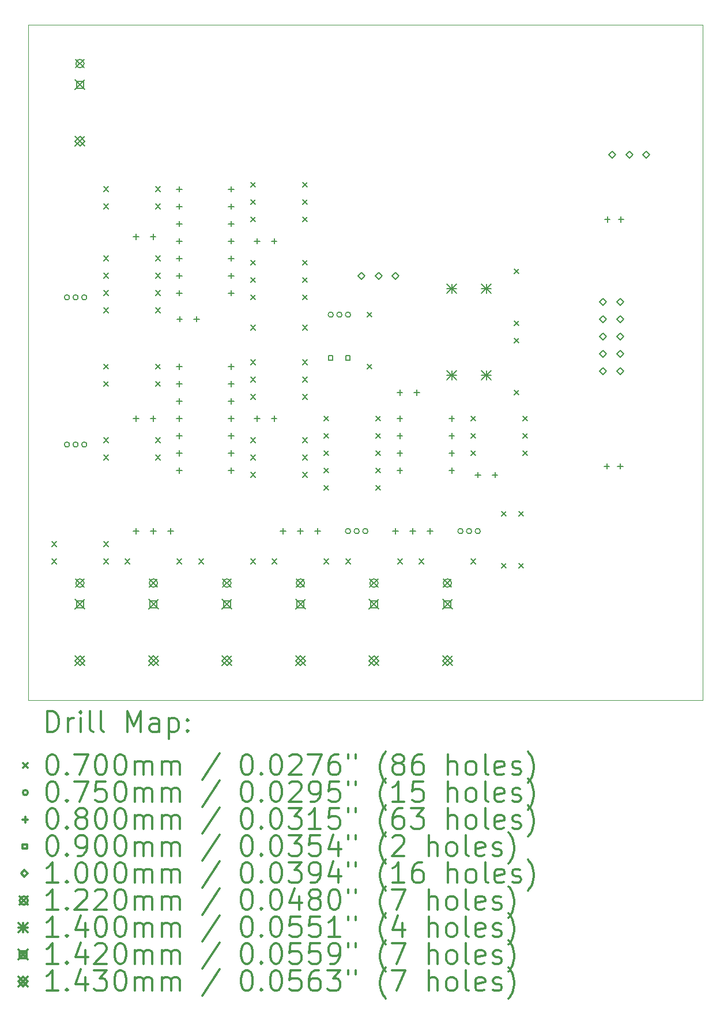
<source format=gbr>
%FSLAX45Y45*%
G04 Gerber Fmt 4.5, Leading zero omitted, Abs format (unit mm)*
G04 Created by KiCad (PCBNEW 5.1.12-1.fc34) date 2022-01-17 20:48:46*
%MOMM*%
%LPD*%
G01*
G04 APERTURE LIST*
%TA.AperFunction,Profile*%
%ADD10C,0.050000*%
%TD*%
%ADD11C,0.200000*%
%ADD12C,0.300000*%
G04 APERTURE END LIST*
D10*
X5715000Y-14351000D02*
X5715000Y-4445000D01*
X15621000Y-14351000D02*
X5715000Y-14351000D01*
X15621000Y-4445000D02*
X15621000Y-14351000D01*
X5715000Y-4445000D02*
X15621000Y-4445000D01*
D11*
X6061000Y-12030000D02*
X6131000Y-12100000D01*
X6131000Y-12030000D02*
X6061000Y-12100000D01*
X6061000Y-12284000D02*
X6131000Y-12354000D01*
X6131000Y-12284000D02*
X6061000Y-12354000D01*
X6823000Y-6823000D02*
X6893000Y-6893000D01*
X6893000Y-6823000D02*
X6823000Y-6893000D01*
X6823000Y-7077000D02*
X6893000Y-7147000D01*
X6893000Y-7077000D02*
X6823000Y-7147000D01*
X6823000Y-7839000D02*
X6893000Y-7909000D01*
X6893000Y-7839000D02*
X6823000Y-7909000D01*
X6823000Y-8093000D02*
X6893000Y-8163000D01*
X6893000Y-8093000D02*
X6823000Y-8163000D01*
X6823000Y-8347000D02*
X6893000Y-8417000D01*
X6893000Y-8347000D02*
X6823000Y-8417000D01*
X6823000Y-8601000D02*
X6893000Y-8671000D01*
X6893000Y-8601000D02*
X6823000Y-8671000D01*
X6823000Y-9426500D02*
X6893000Y-9496500D01*
X6893000Y-9426500D02*
X6823000Y-9496500D01*
X6823000Y-9680500D02*
X6893000Y-9750500D01*
X6893000Y-9680500D02*
X6823000Y-9750500D01*
X6823000Y-10506000D02*
X6893000Y-10576000D01*
X6893000Y-10506000D02*
X6823000Y-10576000D01*
X6823000Y-10760000D02*
X6893000Y-10830000D01*
X6893000Y-10760000D02*
X6823000Y-10830000D01*
X6823000Y-12030000D02*
X6893000Y-12100000D01*
X6893000Y-12030000D02*
X6823000Y-12100000D01*
X6823000Y-12284000D02*
X6893000Y-12354000D01*
X6893000Y-12284000D02*
X6823000Y-12354000D01*
X7140500Y-12284000D02*
X7210500Y-12354000D01*
X7210500Y-12284000D02*
X7140500Y-12354000D01*
X7585000Y-6823000D02*
X7655000Y-6893000D01*
X7655000Y-6823000D02*
X7585000Y-6893000D01*
X7585000Y-7077000D02*
X7655000Y-7147000D01*
X7655000Y-7077000D02*
X7585000Y-7147000D01*
X7585000Y-7839000D02*
X7655000Y-7909000D01*
X7655000Y-7839000D02*
X7585000Y-7909000D01*
X7585000Y-8093000D02*
X7655000Y-8163000D01*
X7655000Y-8093000D02*
X7585000Y-8163000D01*
X7585000Y-8347000D02*
X7655000Y-8417000D01*
X7655000Y-8347000D02*
X7585000Y-8417000D01*
X7585000Y-8601000D02*
X7655000Y-8671000D01*
X7655000Y-8601000D02*
X7585000Y-8671000D01*
X7585000Y-9426500D02*
X7655000Y-9496500D01*
X7655000Y-9426500D02*
X7585000Y-9496500D01*
X7585000Y-9680500D02*
X7655000Y-9750500D01*
X7655000Y-9680500D02*
X7585000Y-9750500D01*
X7585000Y-10506000D02*
X7655000Y-10576000D01*
X7655000Y-10506000D02*
X7585000Y-10576000D01*
X7585000Y-10760000D02*
X7655000Y-10830000D01*
X7655000Y-10760000D02*
X7585000Y-10830000D01*
X7902500Y-12284000D02*
X7972500Y-12354000D01*
X7972500Y-12284000D02*
X7902500Y-12354000D01*
X8220000Y-12284000D02*
X8290000Y-12354000D01*
X8290000Y-12284000D02*
X8220000Y-12354000D01*
X8982000Y-6759500D02*
X9052000Y-6829500D01*
X9052000Y-6759500D02*
X8982000Y-6829500D01*
X8982000Y-7013500D02*
X9052000Y-7083500D01*
X9052000Y-7013500D02*
X8982000Y-7083500D01*
X8982000Y-7267500D02*
X9052000Y-7337500D01*
X9052000Y-7267500D02*
X8982000Y-7337500D01*
X8982000Y-7902500D02*
X9052000Y-7972500D01*
X9052000Y-7902500D02*
X8982000Y-7972500D01*
X8982000Y-8156500D02*
X9052000Y-8226500D01*
X9052000Y-8156500D02*
X8982000Y-8226500D01*
X8982000Y-8410500D02*
X9052000Y-8480500D01*
X9052000Y-8410500D02*
X8982000Y-8480500D01*
X8982000Y-8855000D02*
X9052000Y-8925000D01*
X9052000Y-8855000D02*
X8982000Y-8925000D01*
X8982000Y-9363000D02*
X9052000Y-9433000D01*
X9052000Y-9363000D02*
X8982000Y-9433000D01*
X8982000Y-9617000D02*
X9052000Y-9687000D01*
X9052000Y-9617000D02*
X8982000Y-9687000D01*
X8982000Y-9871000D02*
X9052000Y-9941000D01*
X9052000Y-9871000D02*
X8982000Y-9941000D01*
X8982000Y-10506000D02*
X9052000Y-10576000D01*
X9052000Y-10506000D02*
X8982000Y-10576000D01*
X8982000Y-10760000D02*
X9052000Y-10830000D01*
X9052000Y-10760000D02*
X8982000Y-10830000D01*
X8982000Y-11014000D02*
X9052000Y-11084000D01*
X9052000Y-11014000D02*
X8982000Y-11084000D01*
X8982000Y-12284000D02*
X9052000Y-12354000D01*
X9052000Y-12284000D02*
X8982000Y-12354000D01*
X9299500Y-12284000D02*
X9369500Y-12354000D01*
X9369500Y-12284000D02*
X9299500Y-12354000D01*
X9744000Y-6759500D02*
X9814000Y-6829500D01*
X9814000Y-6759500D02*
X9744000Y-6829500D01*
X9744000Y-7013500D02*
X9814000Y-7083500D01*
X9814000Y-7013500D02*
X9744000Y-7083500D01*
X9744000Y-7267500D02*
X9814000Y-7337500D01*
X9814000Y-7267500D02*
X9744000Y-7337500D01*
X9744000Y-7902500D02*
X9814000Y-7972500D01*
X9814000Y-7902500D02*
X9744000Y-7972500D01*
X9744000Y-8156500D02*
X9814000Y-8226500D01*
X9814000Y-8156500D02*
X9744000Y-8226500D01*
X9744000Y-8410500D02*
X9814000Y-8480500D01*
X9814000Y-8410500D02*
X9744000Y-8480500D01*
X9744000Y-8855000D02*
X9814000Y-8925000D01*
X9814000Y-8855000D02*
X9744000Y-8925000D01*
X9744000Y-9363000D02*
X9814000Y-9433000D01*
X9814000Y-9363000D02*
X9744000Y-9433000D01*
X9744000Y-9617000D02*
X9814000Y-9687000D01*
X9814000Y-9617000D02*
X9744000Y-9687000D01*
X9744000Y-9871000D02*
X9814000Y-9941000D01*
X9814000Y-9871000D02*
X9744000Y-9941000D01*
X9744000Y-10506000D02*
X9814000Y-10576000D01*
X9814000Y-10506000D02*
X9744000Y-10576000D01*
X9744000Y-10760000D02*
X9814000Y-10830000D01*
X9814000Y-10760000D02*
X9744000Y-10830000D01*
X9744000Y-11014000D02*
X9814000Y-11084000D01*
X9814000Y-11014000D02*
X9744000Y-11084000D01*
X10061500Y-10188500D02*
X10131500Y-10258500D01*
X10131500Y-10188500D02*
X10061500Y-10258500D01*
X10061500Y-10442500D02*
X10131500Y-10512500D01*
X10131500Y-10442500D02*
X10061500Y-10512500D01*
X10061500Y-10696500D02*
X10131500Y-10766500D01*
X10131500Y-10696500D02*
X10061500Y-10766500D01*
X10061500Y-10950500D02*
X10131500Y-11020500D01*
X10131500Y-10950500D02*
X10061500Y-11020500D01*
X10061500Y-11204500D02*
X10131500Y-11274500D01*
X10131500Y-11204500D02*
X10061500Y-11274500D01*
X10061500Y-12284000D02*
X10131500Y-12354000D01*
X10131500Y-12284000D02*
X10061500Y-12354000D01*
X10379000Y-12284000D02*
X10449000Y-12354000D01*
X10449000Y-12284000D02*
X10379000Y-12354000D01*
X10696500Y-8664500D02*
X10766500Y-8734500D01*
X10766500Y-8664500D02*
X10696500Y-8734500D01*
X10696500Y-9426500D02*
X10766500Y-9496500D01*
X10766500Y-9426500D02*
X10696500Y-9496500D01*
X10823500Y-10188500D02*
X10893500Y-10258500D01*
X10893500Y-10188500D02*
X10823500Y-10258500D01*
X10823500Y-10442500D02*
X10893500Y-10512500D01*
X10893500Y-10442500D02*
X10823500Y-10512500D01*
X10823500Y-10696500D02*
X10893500Y-10766500D01*
X10893500Y-10696500D02*
X10823500Y-10766500D01*
X10823500Y-10950500D02*
X10893500Y-11020500D01*
X10893500Y-10950500D02*
X10823500Y-11020500D01*
X10823500Y-11204500D02*
X10893500Y-11274500D01*
X10893500Y-11204500D02*
X10823500Y-11274500D01*
X11141000Y-12284000D02*
X11211000Y-12354000D01*
X11211000Y-12284000D02*
X11141000Y-12354000D01*
X11458500Y-12284000D02*
X11528500Y-12354000D01*
X11528500Y-12284000D02*
X11458500Y-12354000D01*
X12220500Y-10188500D02*
X12290500Y-10258500D01*
X12290500Y-10188500D02*
X12220500Y-10258500D01*
X12220500Y-10442500D02*
X12290500Y-10512500D01*
X12290500Y-10442500D02*
X12220500Y-10512500D01*
X12220500Y-10696500D02*
X12290500Y-10766500D01*
X12290500Y-10696500D02*
X12220500Y-10766500D01*
X12220500Y-12284000D02*
X12290500Y-12354000D01*
X12290500Y-12284000D02*
X12220500Y-12354000D01*
X12665000Y-11585500D02*
X12735000Y-11655500D01*
X12735000Y-11585500D02*
X12665000Y-11655500D01*
X12665000Y-12347500D02*
X12735000Y-12417500D01*
X12735000Y-12347500D02*
X12665000Y-12417500D01*
X12855500Y-8029500D02*
X12925500Y-8099500D01*
X12925500Y-8029500D02*
X12855500Y-8099500D01*
X12855500Y-8791500D02*
X12925500Y-8861500D01*
X12925500Y-8791500D02*
X12855500Y-8861500D01*
X12855500Y-9045500D02*
X12925500Y-9115500D01*
X12925500Y-9045500D02*
X12855500Y-9115500D01*
X12855500Y-9807500D02*
X12925500Y-9877500D01*
X12925500Y-9807500D02*
X12855500Y-9877500D01*
X12919000Y-11585500D02*
X12989000Y-11655500D01*
X12989000Y-11585500D02*
X12919000Y-11655500D01*
X12919000Y-12347500D02*
X12989000Y-12417500D01*
X12989000Y-12347500D02*
X12919000Y-12417500D01*
X12982500Y-10188500D02*
X13052500Y-10258500D01*
X13052500Y-10188500D02*
X12982500Y-10258500D01*
X12982500Y-10442500D02*
X13052500Y-10512500D01*
X13052500Y-10442500D02*
X12982500Y-10512500D01*
X12982500Y-10696500D02*
X13052500Y-10766500D01*
X13052500Y-10696500D02*
X12982500Y-10766500D01*
X6324000Y-8445500D02*
G75*
G03*
X6324000Y-8445500I-37500J0D01*
G01*
X6324000Y-10604500D02*
G75*
G03*
X6324000Y-10604500I-37500J0D01*
G01*
X6451000Y-8445500D02*
G75*
G03*
X6451000Y-8445500I-37500J0D01*
G01*
X6451000Y-10604500D02*
G75*
G03*
X6451000Y-10604500I-37500J0D01*
G01*
X6578000Y-8445500D02*
G75*
G03*
X6578000Y-8445500I-37500J0D01*
G01*
X6578000Y-10604500D02*
G75*
G03*
X6578000Y-10604500I-37500J0D01*
G01*
X10197500Y-8699500D02*
G75*
G03*
X10197500Y-8699500I-37500J0D01*
G01*
X10324500Y-8699500D02*
G75*
G03*
X10324500Y-8699500I-37500J0D01*
G01*
X10451500Y-8699500D02*
G75*
G03*
X10451500Y-8699500I-37500J0D01*
G01*
X10451500Y-11874500D02*
G75*
G03*
X10451500Y-11874500I-37500J0D01*
G01*
X10578500Y-11874500D02*
G75*
G03*
X10578500Y-11874500I-37500J0D01*
G01*
X10705500Y-11874500D02*
G75*
G03*
X10705500Y-11874500I-37500J0D01*
G01*
X12102500Y-11874500D02*
G75*
G03*
X12102500Y-11874500I-37500J0D01*
G01*
X12229500Y-11874500D02*
G75*
G03*
X12229500Y-11874500I-37500J0D01*
G01*
X12356500Y-11874500D02*
G75*
G03*
X12356500Y-11874500I-37500J0D01*
G01*
X7302500Y-7516500D02*
X7302500Y-7596500D01*
X7262500Y-7556500D02*
X7342500Y-7556500D01*
X7302500Y-10183500D02*
X7302500Y-10263500D01*
X7262500Y-10223500D02*
X7342500Y-10223500D01*
X7302500Y-11834500D02*
X7302500Y-11914500D01*
X7262500Y-11874500D02*
X7342500Y-11874500D01*
X7552500Y-7516500D02*
X7552500Y-7596500D01*
X7512500Y-7556500D02*
X7592500Y-7556500D01*
X7552500Y-10183500D02*
X7552500Y-10263500D01*
X7512500Y-10223500D02*
X7592500Y-10223500D01*
X7556500Y-11834500D02*
X7556500Y-11914500D01*
X7516500Y-11874500D02*
X7596500Y-11874500D01*
X7810500Y-11834500D02*
X7810500Y-11914500D01*
X7770500Y-11874500D02*
X7850500Y-11874500D01*
X7937500Y-6818000D02*
X7937500Y-6898000D01*
X7897500Y-6858000D02*
X7977500Y-6858000D01*
X7937500Y-7072000D02*
X7937500Y-7152000D01*
X7897500Y-7112000D02*
X7977500Y-7112000D01*
X7937500Y-7326000D02*
X7937500Y-7406000D01*
X7897500Y-7366000D02*
X7977500Y-7366000D01*
X7937500Y-7580000D02*
X7937500Y-7660000D01*
X7897500Y-7620000D02*
X7977500Y-7620000D01*
X7937500Y-7834000D02*
X7937500Y-7914000D01*
X7897500Y-7874000D02*
X7977500Y-7874000D01*
X7937500Y-8088000D02*
X7937500Y-8168000D01*
X7897500Y-8128000D02*
X7977500Y-8128000D01*
X7937500Y-8342000D02*
X7937500Y-8422000D01*
X7897500Y-8382000D02*
X7977500Y-8382000D01*
X7937500Y-9421500D02*
X7937500Y-9501500D01*
X7897500Y-9461500D02*
X7977500Y-9461500D01*
X7937500Y-9675500D02*
X7937500Y-9755500D01*
X7897500Y-9715500D02*
X7977500Y-9715500D01*
X7937500Y-9929500D02*
X7937500Y-10009500D01*
X7897500Y-9969500D02*
X7977500Y-9969500D01*
X7937500Y-10183500D02*
X7937500Y-10263500D01*
X7897500Y-10223500D02*
X7977500Y-10223500D01*
X7937500Y-10437500D02*
X7937500Y-10517500D01*
X7897500Y-10477500D02*
X7977500Y-10477500D01*
X7937500Y-10691500D02*
X7937500Y-10771500D01*
X7897500Y-10731500D02*
X7977500Y-10731500D01*
X7937500Y-10945500D02*
X7937500Y-11025500D01*
X7897500Y-10985500D02*
X7977500Y-10985500D01*
X7941500Y-8723000D02*
X7941500Y-8803000D01*
X7901500Y-8763000D02*
X7981500Y-8763000D01*
X8191500Y-8723000D02*
X8191500Y-8803000D01*
X8151500Y-8763000D02*
X8231500Y-8763000D01*
X8699500Y-6818000D02*
X8699500Y-6898000D01*
X8659500Y-6858000D02*
X8739500Y-6858000D01*
X8699500Y-7072000D02*
X8699500Y-7152000D01*
X8659500Y-7112000D02*
X8739500Y-7112000D01*
X8699500Y-7326000D02*
X8699500Y-7406000D01*
X8659500Y-7366000D02*
X8739500Y-7366000D01*
X8699500Y-7580000D02*
X8699500Y-7660000D01*
X8659500Y-7620000D02*
X8739500Y-7620000D01*
X8699500Y-7834000D02*
X8699500Y-7914000D01*
X8659500Y-7874000D02*
X8739500Y-7874000D01*
X8699500Y-8088000D02*
X8699500Y-8168000D01*
X8659500Y-8128000D02*
X8739500Y-8128000D01*
X8699500Y-8342000D02*
X8699500Y-8422000D01*
X8659500Y-8382000D02*
X8739500Y-8382000D01*
X8699500Y-9421500D02*
X8699500Y-9501500D01*
X8659500Y-9461500D02*
X8739500Y-9461500D01*
X8699500Y-9675500D02*
X8699500Y-9755500D01*
X8659500Y-9715500D02*
X8739500Y-9715500D01*
X8699500Y-9929500D02*
X8699500Y-10009500D01*
X8659500Y-9969500D02*
X8739500Y-9969500D01*
X8699500Y-10183500D02*
X8699500Y-10263500D01*
X8659500Y-10223500D02*
X8739500Y-10223500D01*
X8699500Y-10437500D02*
X8699500Y-10517500D01*
X8659500Y-10477500D02*
X8739500Y-10477500D01*
X8699500Y-10691500D02*
X8699500Y-10771500D01*
X8659500Y-10731500D02*
X8739500Y-10731500D01*
X8699500Y-10945500D02*
X8699500Y-11025500D01*
X8659500Y-10985500D02*
X8739500Y-10985500D01*
X9080500Y-7580000D02*
X9080500Y-7660000D01*
X9040500Y-7620000D02*
X9120500Y-7620000D01*
X9080500Y-10183500D02*
X9080500Y-10263500D01*
X9040500Y-10223500D02*
X9120500Y-10223500D01*
X9330500Y-7580000D02*
X9330500Y-7660000D01*
X9290500Y-7620000D02*
X9370500Y-7620000D01*
X9330500Y-10183500D02*
X9330500Y-10263500D01*
X9290500Y-10223500D02*
X9370500Y-10223500D01*
X9461500Y-11834500D02*
X9461500Y-11914500D01*
X9421500Y-11874500D02*
X9501500Y-11874500D01*
X9715500Y-11834500D02*
X9715500Y-11914500D01*
X9675500Y-11874500D02*
X9755500Y-11874500D01*
X9969500Y-11834500D02*
X9969500Y-11914500D01*
X9929500Y-11874500D02*
X10009500Y-11874500D01*
X11112500Y-11834500D02*
X11112500Y-11914500D01*
X11072500Y-11874500D02*
X11152500Y-11874500D01*
X11176000Y-9802500D02*
X11176000Y-9882500D01*
X11136000Y-9842500D02*
X11216000Y-9842500D01*
X11176000Y-10183500D02*
X11176000Y-10263500D01*
X11136000Y-10223500D02*
X11216000Y-10223500D01*
X11176000Y-10437500D02*
X11176000Y-10517500D01*
X11136000Y-10477500D02*
X11216000Y-10477500D01*
X11176000Y-10691500D02*
X11176000Y-10771500D01*
X11136000Y-10731500D02*
X11216000Y-10731500D01*
X11176000Y-10945500D02*
X11176000Y-11025500D01*
X11136000Y-10985500D02*
X11216000Y-10985500D01*
X11366500Y-11834500D02*
X11366500Y-11914500D01*
X11326500Y-11874500D02*
X11406500Y-11874500D01*
X11426000Y-9802500D02*
X11426000Y-9882500D01*
X11386000Y-9842500D02*
X11466000Y-9842500D01*
X11620500Y-11834500D02*
X11620500Y-11914500D01*
X11580500Y-11874500D02*
X11660500Y-11874500D01*
X11938000Y-10183500D02*
X11938000Y-10263500D01*
X11898000Y-10223500D02*
X11978000Y-10223500D01*
X11938000Y-10437500D02*
X11938000Y-10517500D01*
X11898000Y-10477500D02*
X11978000Y-10477500D01*
X11938000Y-10691500D02*
X11938000Y-10771500D01*
X11898000Y-10731500D02*
X11978000Y-10731500D01*
X11938000Y-10945500D02*
X11938000Y-11025500D01*
X11898000Y-10985500D02*
X11978000Y-10985500D01*
X12323000Y-11009000D02*
X12323000Y-11089000D01*
X12283000Y-11049000D02*
X12363000Y-11049000D01*
X12573000Y-11009000D02*
X12573000Y-11089000D01*
X12533000Y-11049000D02*
X12613000Y-11049000D01*
X14214500Y-10882000D02*
X14214500Y-10962000D01*
X14174500Y-10922000D02*
X14254500Y-10922000D01*
X14224000Y-7262500D02*
X14224000Y-7342500D01*
X14184000Y-7302500D02*
X14264000Y-7302500D01*
X14414500Y-10882000D02*
X14414500Y-10962000D01*
X14374500Y-10922000D02*
X14454500Y-10922000D01*
X14424000Y-7262500D02*
X14424000Y-7342500D01*
X14384000Y-7302500D02*
X14464000Y-7302500D01*
X10191820Y-9366320D02*
X10191820Y-9302680D01*
X10128180Y-9302680D01*
X10128180Y-9366320D01*
X10191820Y-9366320D01*
X10445820Y-9366320D02*
X10445820Y-9302680D01*
X10382180Y-9302680D01*
X10382180Y-9366320D01*
X10445820Y-9366320D01*
X10612500Y-8178000D02*
X10662500Y-8128000D01*
X10612500Y-8078000D01*
X10562500Y-8128000D01*
X10612500Y-8178000D01*
X10862500Y-8178000D02*
X10912500Y-8128000D01*
X10862500Y-8078000D01*
X10812500Y-8128000D01*
X10862500Y-8178000D01*
X11112500Y-8178000D02*
X11162500Y-8128000D01*
X11112500Y-8078000D01*
X11062500Y-8128000D01*
X11112500Y-8178000D01*
X14160500Y-8559000D02*
X14210500Y-8509000D01*
X14160500Y-8459000D01*
X14110500Y-8509000D01*
X14160500Y-8559000D01*
X14160500Y-8813000D02*
X14210500Y-8763000D01*
X14160500Y-8713000D01*
X14110500Y-8763000D01*
X14160500Y-8813000D01*
X14160500Y-9067000D02*
X14210500Y-9017000D01*
X14160500Y-8967000D01*
X14110500Y-9017000D01*
X14160500Y-9067000D01*
X14160500Y-9321000D02*
X14210500Y-9271000D01*
X14160500Y-9221000D01*
X14110500Y-9271000D01*
X14160500Y-9321000D01*
X14160500Y-9575000D02*
X14210500Y-9525000D01*
X14160500Y-9475000D01*
X14110500Y-9525000D01*
X14160500Y-9575000D01*
X14295500Y-6400000D02*
X14345500Y-6350000D01*
X14295500Y-6300000D01*
X14245500Y-6350000D01*
X14295500Y-6400000D01*
X14414500Y-8559000D02*
X14464500Y-8509000D01*
X14414500Y-8459000D01*
X14364500Y-8509000D01*
X14414500Y-8559000D01*
X14414500Y-8813000D02*
X14464500Y-8763000D01*
X14414500Y-8713000D01*
X14364500Y-8763000D01*
X14414500Y-8813000D01*
X14414500Y-9067000D02*
X14464500Y-9017000D01*
X14414500Y-8967000D01*
X14364500Y-9017000D01*
X14414500Y-9067000D01*
X14414500Y-9321000D02*
X14464500Y-9271000D01*
X14414500Y-9221000D01*
X14364500Y-9271000D01*
X14414500Y-9321000D01*
X14414500Y-9575000D02*
X14464500Y-9525000D01*
X14414500Y-9475000D01*
X14364500Y-9525000D01*
X14414500Y-9575000D01*
X14545500Y-6400000D02*
X14595500Y-6350000D01*
X14545500Y-6300000D01*
X14495500Y-6350000D01*
X14545500Y-6400000D01*
X14795500Y-6400000D02*
X14845500Y-6350000D01*
X14795500Y-6300000D01*
X14745500Y-6350000D01*
X14795500Y-6400000D01*
X6416000Y-4955500D02*
X6538000Y-5077500D01*
X6538000Y-4955500D02*
X6416000Y-5077500D01*
X6538000Y-5016500D02*
G75*
G03*
X6538000Y-5016500I-61000J0D01*
G01*
X6416000Y-12575500D02*
X6538000Y-12697500D01*
X6538000Y-12575500D02*
X6416000Y-12697500D01*
X6538000Y-12636500D02*
G75*
G03*
X6538000Y-12636500I-61000J0D01*
G01*
X7495500Y-12575500D02*
X7617500Y-12697500D01*
X7617500Y-12575500D02*
X7495500Y-12697500D01*
X7617500Y-12636500D02*
G75*
G03*
X7617500Y-12636500I-61000J0D01*
G01*
X8575000Y-12575500D02*
X8697000Y-12697500D01*
X8697000Y-12575500D02*
X8575000Y-12697500D01*
X8697000Y-12636500D02*
G75*
G03*
X8697000Y-12636500I-61000J0D01*
G01*
X9654500Y-12575500D02*
X9776500Y-12697500D01*
X9776500Y-12575500D02*
X9654500Y-12697500D01*
X9776500Y-12636500D02*
G75*
G03*
X9776500Y-12636500I-61000J0D01*
G01*
X10734000Y-12575500D02*
X10856000Y-12697500D01*
X10856000Y-12575500D02*
X10734000Y-12697500D01*
X10856000Y-12636500D02*
G75*
G03*
X10856000Y-12636500I-61000J0D01*
G01*
X11813500Y-12575500D02*
X11935500Y-12697500D01*
X11935500Y-12575500D02*
X11813500Y-12697500D01*
X11935500Y-12636500D02*
G75*
G03*
X11935500Y-12636500I-61000J0D01*
G01*
X11868000Y-8248500D02*
X12008000Y-8388500D01*
X12008000Y-8248500D02*
X11868000Y-8388500D01*
X11938000Y-8248500D02*
X11938000Y-8388500D01*
X11868000Y-8318500D02*
X12008000Y-8318500D01*
X11868000Y-9518500D02*
X12008000Y-9658500D01*
X12008000Y-9518500D02*
X11868000Y-9658500D01*
X11938000Y-9518500D02*
X11938000Y-9658500D01*
X11868000Y-9588500D02*
X12008000Y-9588500D01*
X12376000Y-8248500D02*
X12516000Y-8388500D01*
X12516000Y-8248500D02*
X12376000Y-8388500D01*
X12446000Y-8248500D02*
X12446000Y-8388500D01*
X12376000Y-8318500D02*
X12516000Y-8318500D01*
X12376000Y-9518500D02*
X12516000Y-9658500D01*
X12516000Y-9518500D02*
X12376000Y-9658500D01*
X12446000Y-9518500D02*
X12446000Y-9658500D01*
X12376000Y-9588500D02*
X12516000Y-9588500D01*
X6406000Y-5255500D02*
X6548000Y-5397500D01*
X6548000Y-5255500D02*
X6406000Y-5397500D01*
X6527205Y-5376705D02*
X6527205Y-5276295D01*
X6426795Y-5276295D01*
X6426795Y-5376705D01*
X6527205Y-5376705D01*
X6406000Y-12875500D02*
X6548000Y-13017500D01*
X6548000Y-12875500D02*
X6406000Y-13017500D01*
X6527205Y-12996705D02*
X6527205Y-12896295D01*
X6426795Y-12896295D01*
X6426795Y-12996705D01*
X6527205Y-12996705D01*
X7485500Y-12875500D02*
X7627500Y-13017500D01*
X7627500Y-12875500D02*
X7485500Y-13017500D01*
X7606705Y-12996705D02*
X7606705Y-12896295D01*
X7506295Y-12896295D01*
X7506295Y-12996705D01*
X7606705Y-12996705D01*
X8565000Y-12875500D02*
X8707000Y-13017500D01*
X8707000Y-12875500D02*
X8565000Y-13017500D01*
X8686205Y-12996705D02*
X8686205Y-12896295D01*
X8585795Y-12896295D01*
X8585795Y-12996705D01*
X8686205Y-12996705D01*
X9644500Y-12875500D02*
X9786500Y-13017500D01*
X9786500Y-12875500D02*
X9644500Y-13017500D01*
X9765705Y-12996705D02*
X9765705Y-12896295D01*
X9665295Y-12896295D01*
X9665295Y-12996705D01*
X9765705Y-12996705D01*
X10724000Y-12875500D02*
X10866000Y-13017500D01*
X10866000Y-12875500D02*
X10724000Y-13017500D01*
X10845205Y-12996705D02*
X10845205Y-12896295D01*
X10744795Y-12896295D01*
X10744795Y-12996705D01*
X10845205Y-12996705D01*
X11803500Y-12875500D02*
X11945500Y-13017500D01*
X11945500Y-12875500D02*
X11803500Y-13017500D01*
X11924705Y-12996705D02*
X11924705Y-12896295D01*
X11824295Y-12896295D01*
X11824295Y-12996705D01*
X11924705Y-12996705D01*
X6405500Y-6085000D02*
X6548500Y-6228000D01*
X6548500Y-6085000D02*
X6405500Y-6228000D01*
X6477000Y-6228000D02*
X6548500Y-6156500D01*
X6477000Y-6085000D01*
X6405500Y-6156500D01*
X6477000Y-6228000D01*
X6405500Y-13705000D02*
X6548500Y-13848000D01*
X6548500Y-13705000D02*
X6405500Y-13848000D01*
X6477000Y-13848000D02*
X6548500Y-13776500D01*
X6477000Y-13705000D01*
X6405500Y-13776500D01*
X6477000Y-13848000D01*
X7485000Y-13705000D02*
X7628000Y-13848000D01*
X7628000Y-13705000D02*
X7485000Y-13848000D01*
X7556500Y-13848000D02*
X7628000Y-13776500D01*
X7556500Y-13705000D01*
X7485000Y-13776500D01*
X7556500Y-13848000D01*
X8564500Y-13705000D02*
X8707500Y-13848000D01*
X8707500Y-13705000D02*
X8564500Y-13848000D01*
X8636000Y-13848000D02*
X8707500Y-13776500D01*
X8636000Y-13705000D01*
X8564500Y-13776500D01*
X8636000Y-13848000D01*
X9644000Y-13705000D02*
X9787000Y-13848000D01*
X9787000Y-13705000D02*
X9644000Y-13848000D01*
X9715500Y-13848000D02*
X9787000Y-13776500D01*
X9715500Y-13705000D01*
X9644000Y-13776500D01*
X9715500Y-13848000D01*
X10723500Y-13705000D02*
X10866500Y-13848000D01*
X10866500Y-13705000D02*
X10723500Y-13848000D01*
X10795000Y-13848000D02*
X10866500Y-13776500D01*
X10795000Y-13705000D01*
X10723500Y-13776500D01*
X10795000Y-13848000D01*
X11803000Y-13705000D02*
X11946000Y-13848000D01*
X11946000Y-13705000D02*
X11803000Y-13848000D01*
X11874500Y-13848000D02*
X11946000Y-13776500D01*
X11874500Y-13705000D01*
X11803000Y-13776500D01*
X11874500Y-13848000D01*
D12*
X5998928Y-14819214D02*
X5998928Y-14519214D01*
X6070357Y-14519214D01*
X6113214Y-14533500D01*
X6141786Y-14562071D01*
X6156071Y-14590643D01*
X6170357Y-14647786D01*
X6170357Y-14690643D01*
X6156071Y-14747786D01*
X6141786Y-14776357D01*
X6113214Y-14804929D01*
X6070357Y-14819214D01*
X5998928Y-14819214D01*
X6298928Y-14819214D02*
X6298928Y-14619214D01*
X6298928Y-14676357D02*
X6313214Y-14647786D01*
X6327500Y-14633500D01*
X6356071Y-14619214D01*
X6384643Y-14619214D01*
X6484643Y-14819214D02*
X6484643Y-14619214D01*
X6484643Y-14519214D02*
X6470357Y-14533500D01*
X6484643Y-14547786D01*
X6498928Y-14533500D01*
X6484643Y-14519214D01*
X6484643Y-14547786D01*
X6670357Y-14819214D02*
X6641786Y-14804929D01*
X6627500Y-14776357D01*
X6627500Y-14519214D01*
X6827500Y-14819214D02*
X6798928Y-14804929D01*
X6784643Y-14776357D01*
X6784643Y-14519214D01*
X7170357Y-14819214D02*
X7170357Y-14519214D01*
X7270357Y-14733500D01*
X7370357Y-14519214D01*
X7370357Y-14819214D01*
X7641786Y-14819214D02*
X7641786Y-14662071D01*
X7627500Y-14633500D01*
X7598928Y-14619214D01*
X7541786Y-14619214D01*
X7513214Y-14633500D01*
X7641786Y-14804929D02*
X7613214Y-14819214D01*
X7541786Y-14819214D01*
X7513214Y-14804929D01*
X7498928Y-14776357D01*
X7498928Y-14747786D01*
X7513214Y-14719214D01*
X7541786Y-14704929D01*
X7613214Y-14704929D01*
X7641786Y-14690643D01*
X7784643Y-14619214D02*
X7784643Y-14919214D01*
X7784643Y-14633500D02*
X7813214Y-14619214D01*
X7870357Y-14619214D01*
X7898928Y-14633500D01*
X7913214Y-14647786D01*
X7927500Y-14676357D01*
X7927500Y-14762071D01*
X7913214Y-14790643D01*
X7898928Y-14804929D01*
X7870357Y-14819214D01*
X7813214Y-14819214D01*
X7784643Y-14804929D01*
X8056071Y-14790643D02*
X8070357Y-14804929D01*
X8056071Y-14819214D01*
X8041786Y-14804929D01*
X8056071Y-14790643D01*
X8056071Y-14819214D01*
X8056071Y-14633500D02*
X8070357Y-14647786D01*
X8056071Y-14662071D01*
X8041786Y-14647786D01*
X8056071Y-14633500D01*
X8056071Y-14662071D01*
X5642500Y-15278500D02*
X5712500Y-15348500D01*
X5712500Y-15278500D02*
X5642500Y-15348500D01*
X6056071Y-15149214D02*
X6084643Y-15149214D01*
X6113214Y-15163500D01*
X6127500Y-15177786D01*
X6141786Y-15206357D01*
X6156071Y-15263500D01*
X6156071Y-15334929D01*
X6141786Y-15392071D01*
X6127500Y-15420643D01*
X6113214Y-15434929D01*
X6084643Y-15449214D01*
X6056071Y-15449214D01*
X6027500Y-15434929D01*
X6013214Y-15420643D01*
X5998928Y-15392071D01*
X5984643Y-15334929D01*
X5984643Y-15263500D01*
X5998928Y-15206357D01*
X6013214Y-15177786D01*
X6027500Y-15163500D01*
X6056071Y-15149214D01*
X6284643Y-15420643D02*
X6298928Y-15434929D01*
X6284643Y-15449214D01*
X6270357Y-15434929D01*
X6284643Y-15420643D01*
X6284643Y-15449214D01*
X6398928Y-15149214D02*
X6598928Y-15149214D01*
X6470357Y-15449214D01*
X6770357Y-15149214D02*
X6798928Y-15149214D01*
X6827500Y-15163500D01*
X6841786Y-15177786D01*
X6856071Y-15206357D01*
X6870357Y-15263500D01*
X6870357Y-15334929D01*
X6856071Y-15392071D01*
X6841786Y-15420643D01*
X6827500Y-15434929D01*
X6798928Y-15449214D01*
X6770357Y-15449214D01*
X6741786Y-15434929D01*
X6727500Y-15420643D01*
X6713214Y-15392071D01*
X6698928Y-15334929D01*
X6698928Y-15263500D01*
X6713214Y-15206357D01*
X6727500Y-15177786D01*
X6741786Y-15163500D01*
X6770357Y-15149214D01*
X7056071Y-15149214D02*
X7084643Y-15149214D01*
X7113214Y-15163500D01*
X7127500Y-15177786D01*
X7141786Y-15206357D01*
X7156071Y-15263500D01*
X7156071Y-15334929D01*
X7141786Y-15392071D01*
X7127500Y-15420643D01*
X7113214Y-15434929D01*
X7084643Y-15449214D01*
X7056071Y-15449214D01*
X7027500Y-15434929D01*
X7013214Y-15420643D01*
X6998928Y-15392071D01*
X6984643Y-15334929D01*
X6984643Y-15263500D01*
X6998928Y-15206357D01*
X7013214Y-15177786D01*
X7027500Y-15163500D01*
X7056071Y-15149214D01*
X7284643Y-15449214D02*
X7284643Y-15249214D01*
X7284643Y-15277786D02*
X7298928Y-15263500D01*
X7327500Y-15249214D01*
X7370357Y-15249214D01*
X7398928Y-15263500D01*
X7413214Y-15292071D01*
X7413214Y-15449214D01*
X7413214Y-15292071D02*
X7427500Y-15263500D01*
X7456071Y-15249214D01*
X7498928Y-15249214D01*
X7527500Y-15263500D01*
X7541786Y-15292071D01*
X7541786Y-15449214D01*
X7684643Y-15449214D02*
X7684643Y-15249214D01*
X7684643Y-15277786D02*
X7698928Y-15263500D01*
X7727500Y-15249214D01*
X7770357Y-15249214D01*
X7798928Y-15263500D01*
X7813214Y-15292071D01*
X7813214Y-15449214D01*
X7813214Y-15292071D02*
X7827500Y-15263500D01*
X7856071Y-15249214D01*
X7898928Y-15249214D01*
X7927500Y-15263500D01*
X7941786Y-15292071D01*
X7941786Y-15449214D01*
X8527500Y-15134929D02*
X8270357Y-15520643D01*
X8913214Y-15149214D02*
X8941786Y-15149214D01*
X8970357Y-15163500D01*
X8984643Y-15177786D01*
X8998928Y-15206357D01*
X9013214Y-15263500D01*
X9013214Y-15334929D01*
X8998928Y-15392071D01*
X8984643Y-15420643D01*
X8970357Y-15434929D01*
X8941786Y-15449214D01*
X8913214Y-15449214D01*
X8884643Y-15434929D01*
X8870357Y-15420643D01*
X8856071Y-15392071D01*
X8841786Y-15334929D01*
X8841786Y-15263500D01*
X8856071Y-15206357D01*
X8870357Y-15177786D01*
X8884643Y-15163500D01*
X8913214Y-15149214D01*
X9141786Y-15420643D02*
X9156071Y-15434929D01*
X9141786Y-15449214D01*
X9127500Y-15434929D01*
X9141786Y-15420643D01*
X9141786Y-15449214D01*
X9341786Y-15149214D02*
X9370357Y-15149214D01*
X9398928Y-15163500D01*
X9413214Y-15177786D01*
X9427500Y-15206357D01*
X9441786Y-15263500D01*
X9441786Y-15334929D01*
X9427500Y-15392071D01*
X9413214Y-15420643D01*
X9398928Y-15434929D01*
X9370357Y-15449214D01*
X9341786Y-15449214D01*
X9313214Y-15434929D01*
X9298928Y-15420643D01*
X9284643Y-15392071D01*
X9270357Y-15334929D01*
X9270357Y-15263500D01*
X9284643Y-15206357D01*
X9298928Y-15177786D01*
X9313214Y-15163500D01*
X9341786Y-15149214D01*
X9556071Y-15177786D02*
X9570357Y-15163500D01*
X9598928Y-15149214D01*
X9670357Y-15149214D01*
X9698928Y-15163500D01*
X9713214Y-15177786D01*
X9727500Y-15206357D01*
X9727500Y-15234929D01*
X9713214Y-15277786D01*
X9541786Y-15449214D01*
X9727500Y-15449214D01*
X9827500Y-15149214D02*
X10027500Y-15149214D01*
X9898928Y-15449214D01*
X10270357Y-15149214D02*
X10213214Y-15149214D01*
X10184643Y-15163500D01*
X10170357Y-15177786D01*
X10141786Y-15220643D01*
X10127500Y-15277786D01*
X10127500Y-15392071D01*
X10141786Y-15420643D01*
X10156071Y-15434929D01*
X10184643Y-15449214D01*
X10241786Y-15449214D01*
X10270357Y-15434929D01*
X10284643Y-15420643D01*
X10298928Y-15392071D01*
X10298928Y-15320643D01*
X10284643Y-15292071D01*
X10270357Y-15277786D01*
X10241786Y-15263500D01*
X10184643Y-15263500D01*
X10156071Y-15277786D01*
X10141786Y-15292071D01*
X10127500Y-15320643D01*
X10413214Y-15149214D02*
X10413214Y-15206357D01*
X10527500Y-15149214D02*
X10527500Y-15206357D01*
X10970357Y-15563500D02*
X10956071Y-15549214D01*
X10927500Y-15506357D01*
X10913214Y-15477786D01*
X10898928Y-15434929D01*
X10884643Y-15363500D01*
X10884643Y-15306357D01*
X10898928Y-15234929D01*
X10913214Y-15192071D01*
X10927500Y-15163500D01*
X10956071Y-15120643D01*
X10970357Y-15106357D01*
X11127500Y-15277786D02*
X11098928Y-15263500D01*
X11084643Y-15249214D01*
X11070357Y-15220643D01*
X11070357Y-15206357D01*
X11084643Y-15177786D01*
X11098928Y-15163500D01*
X11127500Y-15149214D01*
X11184643Y-15149214D01*
X11213214Y-15163500D01*
X11227500Y-15177786D01*
X11241786Y-15206357D01*
X11241786Y-15220643D01*
X11227500Y-15249214D01*
X11213214Y-15263500D01*
X11184643Y-15277786D01*
X11127500Y-15277786D01*
X11098928Y-15292071D01*
X11084643Y-15306357D01*
X11070357Y-15334929D01*
X11070357Y-15392071D01*
X11084643Y-15420643D01*
X11098928Y-15434929D01*
X11127500Y-15449214D01*
X11184643Y-15449214D01*
X11213214Y-15434929D01*
X11227500Y-15420643D01*
X11241786Y-15392071D01*
X11241786Y-15334929D01*
X11227500Y-15306357D01*
X11213214Y-15292071D01*
X11184643Y-15277786D01*
X11498928Y-15149214D02*
X11441786Y-15149214D01*
X11413214Y-15163500D01*
X11398928Y-15177786D01*
X11370357Y-15220643D01*
X11356071Y-15277786D01*
X11356071Y-15392071D01*
X11370357Y-15420643D01*
X11384643Y-15434929D01*
X11413214Y-15449214D01*
X11470357Y-15449214D01*
X11498928Y-15434929D01*
X11513214Y-15420643D01*
X11527500Y-15392071D01*
X11527500Y-15320643D01*
X11513214Y-15292071D01*
X11498928Y-15277786D01*
X11470357Y-15263500D01*
X11413214Y-15263500D01*
X11384643Y-15277786D01*
X11370357Y-15292071D01*
X11356071Y-15320643D01*
X11884643Y-15449214D02*
X11884643Y-15149214D01*
X12013214Y-15449214D02*
X12013214Y-15292071D01*
X11998928Y-15263500D01*
X11970357Y-15249214D01*
X11927500Y-15249214D01*
X11898928Y-15263500D01*
X11884643Y-15277786D01*
X12198928Y-15449214D02*
X12170357Y-15434929D01*
X12156071Y-15420643D01*
X12141786Y-15392071D01*
X12141786Y-15306357D01*
X12156071Y-15277786D01*
X12170357Y-15263500D01*
X12198928Y-15249214D01*
X12241786Y-15249214D01*
X12270357Y-15263500D01*
X12284643Y-15277786D01*
X12298928Y-15306357D01*
X12298928Y-15392071D01*
X12284643Y-15420643D01*
X12270357Y-15434929D01*
X12241786Y-15449214D01*
X12198928Y-15449214D01*
X12470357Y-15449214D02*
X12441786Y-15434929D01*
X12427500Y-15406357D01*
X12427500Y-15149214D01*
X12698928Y-15434929D02*
X12670357Y-15449214D01*
X12613214Y-15449214D01*
X12584643Y-15434929D01*
X12570357Y-15406357D01*
X12570357Y-15292071D01*
X12584643Y-15263500D01*
X12613214Y-15249214D01*
X12670357Y-15249214D01*
X12698928Y-15263500D01*
X12713214Y-15292071D01*
X12713214Y-15320643D01*
X12570357Y-15349214D01*
X12827500Y-15434929D02*
X12856071Y-15449214D01*
X12913214Y-15449214D01*
X12941786Y-15434929D01*
X12956071Y-15406357D01*
X12956071Y-15392071D01*
X12941786Y-15363500D01*
X12913214Y-15349214D01*
X12870357Y-15349214D01*
X12841786Y-15334929D01*
X12827500Y-15306357D01*
X12827500Y-15292071D01*
X12841786Y-15263500D01*
X12870357Y-15249214D01*
X12913214Y-15249214D01*
X12941786Y-15263500D01*
X13056071Y-15563500D02*
X13070357Y-15549214D01*
X13098928Y-15506357D01*
X13113214Y-15477786D01*
X13127500Y-15434929D01*
X13141786Y-15363500D01*
X13141786Y-15306357D01*
X13127500Y-15234929D01*
X13113214Y-15192071D01*
X13098928Y-15163500D01*
X13070357Y-15120643D01*
X13056071Y-15106357D01*
X5712500Y-15709500D02*
G75*
G03*
X5712500Y-15709500I-37500J0D01*
G01*
X6056071Y-15545214D02*
X6084643Y-15545214D01*
X6113214Y-15559500D01*
X6127500Y-15573786D01*
X6141786Y-15602357D01*
X6156071Y-15659500D01*
X6156071Y-15730929D01*
X6141786Y-15788071D01*
X6127500Y-15816643D01*
X6113214Y-15830929D01*
X6084643Y-15845214D01*
X6056071Y-15845214D01*
X6027500Y-15830929D01*
X6013214Y-15816643D01*
X5998928Y-15788071D01*
X5984643Y-15730929D01*
X5984643Y-15659500D01*
X5998928Y-15602357D01*
X6013214Y-15573786D01*
X6027500Y-15559500D01*
X6056071Y-15545214D01*
X6284643Y-15816643D02*
X6298928Y-15830929D01*
X6284643Y-15845214D01*
X6270357Y-15830929D01*
X6284643Y-15816643D01*
X6284643Y-15845214D01*
X6398928Y-15545214D02*
X6598928Y-15545214D01*
X6470357Y-15845214D01*
X6856071Y-15545214D02*
X6713214Y-15545214D01*
X6698928Y-15688071D01*
X6713214Y-15673786D01*
X6741786Y-15659500D01*
X6813214Y-15659500D01*
X6841786Y-15673786D01*
X6856071Y-15688071D01*
X6870357Y-15716643D01*
X6870357Y-15788071D01*
X6856071Y-15816643D01*
X6841786Y-15830929D01*
X6813214Y-15845214D01*
X6741786Y-15845214D01*
X6713214Y-15830929D01*
X6698928Y-15816643D01*
X7056071Y-15545214D02*
X7084643Y-15545214D01*
X7113214Y-15559500D01*
X7127500Y-15573786D01*
X7141786Y-15602357D01*
X7156071Y-15659500D01*
X7156071Y-15730929D01*
X7141786Y-15788071D01*
X7127500Y-15816643D01*
X7113214Y-15830929D01*
X7084643Y-15845214D01*
X7056071Y-15845214D01*
X7027500Y-15830929D01*
X7013214Y-15816643D01*
X6998928Y-15788071D01*
X6984643Y-15730929D01*
X6984643Y-15659500D01*
X6998928Y-15602357D01*
X7013214Y-15573786D01*
X7027500Y-15559500D01*
X7056071Y-15545214D01*
X7284643Y-15845214D02*
X7284643Y-15645214D01*
X7284643Y-15673786D02*
X7298928Y-15659500D01*
X7327500Y-15645214D01*
X7370357Y-15645214D01*
X7398928Y-15659500D01*
X7413214Y-15688071D01*
X7413214Y-15845214D01*
X7413214Y-15688071D02*
X7427500Y-15659500D01*
X7456071Y-15645214D01*
X7498928Y-15645214D01*
X7527500Y-15659500D01*
X7541786Y-15688071D01*
X7541786Y-15845214D01*
X7684643Y-15845214D02*
X7684643Y-15645214D01*
X7684643Y-15673786D02*
X7698928Y-15659500D01*
X7727500Y-15645214D01*
X7770357Y-15645214D01*
X7798928Y-15659500D01*
X7813214Y-15688071D01*
X7813214Y-15845214D01*
X7813214Y-15688071D02*
X7827500Y-15659500D01*
X7856071Y-15645214D01*
X7898928Y-15645214D01*
X7927500Y-15659500D01*
X7941786Y-15688071D01*
X7941786Y-15845214D01*
X8527500Y-15530929D02*
X8270357Y-15916643D01*
X8913214Y-15545214D02*
X8941786Y-15545214D01*
X8970357Y-15559500D01*
X8984643Y-15573786D01*
X8998928Y-15602357D01*
X9013214Y-15659500D01*
X9013214Y-15730929D01*
X8998928Y-15788071D01*
X8984643Y-15816643D01*
X8970357Y-15830929D01*
X8941786Y-15845214D01*
X8913214Y-15845214D01*
X8884643Y-15830929D01*
X8870357Y-15816643D01*
X8856071Y-15788071D01*
X8841786Y-15730929D01*
X8841786Y-15659500D01*
X8856071Y-15602357D01*
X8870357Y-15573786D01*
X8884643Y-15559500D01*
X8913214Y-15545214D01*
X9141786Y-15816643D02*
X9156071Y-15830929D01*
X9141786Y-15845214D01*
X9127500Y-15830929D01*
X9141786Y-15816643D01*
X9141786Y-15845214D01*
X9341786Y-15545214D02*
X9370357Y-15545214D01*
X9398928Y-15559500D01*
X9413214Y-15573786D01*
X9427500Y-15602357D01*
X9441786Y-15659500D01*
X9441786Y-15730929D01*
X9427500Y-15788071D01*
X9413214Y-15816643D01*
X9398928Y-15830929D01*
X9370357Y-15845214D01*
X9341786Y-15845214D01*
X9313214Y-15830929D01*
X9298928Y-15816643D01*
X9284643Y-15788071D01*
X9270357Y-15730929D01*
X9270357Y-15659500D01*
X9284643Y-15602357D01*
X9298928Y-15573786D01*
X9313214Y-15559500D01*
X9341786Y-15545214D01*
X9556071Y-15573786D02*
X9570357Y-15559500D01*
X9598928Y-15545214D01*
X9670357Y-15545214D01*
X9698928Y-15559500D01*
X9713214Y-15573786D01*
X9727500Y-15602357D01*
X9727500Y-15630929D01*
X9713214Y-15673786D01*
X9541786Y-15845214D01*
X9727500Y-15845214D01*
X9870357Y-15845214D02*
X9927500Y-15845214D01*
X9956071Y-15830929D01*
X9970357Y-15816643D01*
X9998928Y-15773786D01*
X10013214Y-15716643D01*
X10013214Y-15602357D01*
X9998928Y-15573786D01*
X9984643Y-15559500D01*
X9956071Y-15545214D01*
X9898928Y-15545214D01*
X9870357Y-15559500D01*
X9856071Y-15573786D01*
X9841786Y-15602357D01*
X9841786Y-15673786D01*
X9856071Y-15702357D01*
X9870357Y-15716643D01*
X9898928Y-15730929D01*
X9956071Y-15730929D01*
X9984643Y-15716643D01*
X9998928Y-15702357D01*
X10013214Y-15673786D01*
X10284643Y-15545214D02*
X10141786Y-15545214D01*
X10127500Y-15688071D01*
X10141786Y-15673786D01*
X10170357Y-15659500D01*
X10241786Y-15659500D01*
X10270357Y-15673786D01*
X10284643Y-15688071D01*
X10298928Y-15716643D01*
X10298928Y-15788071D01*
X10284643Y-15816643D01*
X10270357Y-15830929D01*
X10241786Y-15845214D01*
X10170357Y-15845214D01*
X10141786Y-15830929D01*
X10127500Y-15816643D01*
X10413214Y-15545214D02*
X10413214Y-15602357D01*
X10527500Y-15545214D02*
X10527500Y-15602357D01*
X10970357Y-15959500D02*
X10956071Y-15945214D01*
X10927500Y-15902357D01*
X10913214Y-15873786D01*
X10898928Y-15830929D01*
X10884643Y-15759500D01*
X10884643Y-15702357D01*
X10898928Y-15630929D01*
X10913214Y-15588071D01*
X10927500Y-15559500D01*
X10956071Y-15516643D01*
X10970357Y-15502357D01*
X11241786Y-15845214D02*
X11070357Y-15845214D01*
X11156071Y-15845214D02*
X11156071Y-15545214D01*
X11127500Y-15588071D01*
X11098928Y-15616643D01*
X11070357Y-15630929D01*
X11513214Y-15545214D02*
X11370357Y-15545214D01*
X11356071Y-15688071D01*
X11370357Y-15673786D01*
X11398928Y-15659500D01*
X11470357Y-15659500D01*
X11498928Y-15673786D01*
X11513214Y-15688071D01*
X11527500Y-15716643D01*
X11527500Y-15788071D01*
X11513214Y-15816643D01*
X11498928Y-15830929D01*
X11470357Y-15845214D01*
X11398928Y-15845214D01*
X11370357Y-15830929D01*
X11356071Y-15816643D01*
X11884643Y-15845214D02*
X11884643Y-15545214D01*
X12013214Y-15845214D02*
X12013214Y-15688071D01*
X11998928Y-15659500D01*
X11970357Y-15645214D01*
X11927500Y-15645214D01*
X11898928Y-15659500D01*
X11884643Y-15673786D01*
X12198928Y-15845214D02*
X12170357Y-15830929D01*
X12156071Y-15816643D01*
X12141786Y-15788071D01*
X12141786Y-15702357D01*
X12156071Y-15673786D01*
X12170357Y-15659500D01*
X12198928Y-15645214D01*
X12241786Y-15645214D01*
X12270357Y-15659500D01*
X12284643Y-15673786D01*
X12298928Y-15702357D01*
X12298928Y-15788071D01*
X12284643Y-15816643D01*
X12270357Y-15830929D01*
X12241786Y-15845214D01*
X12198928Y-15845214D01*
X12470357Y-15845214D02*
X12441786Y-15830929D01*
X12427500Y-15802357D01*
X12427500Y-15545214D01*
X12698928Y-15830929D02*
X12670357Y-15845214D01*
X12613214Y-15845214D01*
X12584643Y-15830929D01*
X12570357Y-15802357D01*
X12570357Y-15688071D01*
X12584643Y-15659500D01*
X12613214Y-15645214D01*
X12670357Y-15645214D01*
X12698928Y-15659500D01*
X12713214Y-15688071D01*
X12713214Y-15716643D01*
X12570357Y-15745214D01*
X12827500Y-15830929D02*
X12856071Y-15845214D01*
X12913214Y-15845214D01*
X12941786Y-15830929D01*
X12956071Y-15802357D01*
X12956071Y-15788071D01*
X12941786Y-15759500D01*
X12913214Y-15745214D01*
X12870357Y-15745214D01*
X12841786Y-15730929D01*
X12827500Y-15702357D01*
X12827500Y-15688071D01*
X12841786Y-15659500D01*
X12870357Y-15645214D01*
X12913214Y-15645214D01*
X12941786Y-15659500D01*
X13056071Y-15959500D02*
X13070357Y-15945214D01*
X13098928Y-15902357D01*
X13113214Y-15873786D01*
X13127500Y-15830929D01*
X13141786Y-15759500D01*
X13141786Y-15702357D01*
X13127500Y-15630929D01*
X13113214Y-15588071D01*
X13098928Y-15559500D01*
X13070357Y-15516643D01*
X13056071Y-15502357D01*
X5672500Y-16065500D02*
X5672500Y-16145500D01*
X5632500Y-16105500D02*
X5712500Y-16105500D01*
X6056071Y-15941214D02*
X6084643Y-15941214D01*
X6113214Y-15955500D01*
X6127500Y-15969786D01*
X6141786Y-15998357D01*
X6156071Y-16055500D01*
X6156071Y-16126929D01*
X6141786Y-16184071D01*
X6127500Y-16212643D01*
X6113214Y-16226929D01*
X6084643Y-16241214D01*
X6056071Y-16241214D01*
X6027500Y-16226929D01*
X6013214Y-16212643D01*
X5998928Y-16184071D01*
X5984643Y-16126929D01*
X5984643Y-16055500D01*
X5998928Y-15998357D01*
X6013214Y-15969786D01*
X6027500Y-15955500D01*
X6056071Y-15941214D01*
X6284643Y-16212643D02*
X6298928Y-16226929D01*
X6284643Y-16241214D01*
X6270357Y-16226929D01*
X6284643Y-16212643D01*
X6284643Y-16241214D01*
X6470357Y-16069786D02*
X6441786Y-16055500D01*
X6427500Y-16041214D01*
X6413214Y-16012643D01*
X6413214Y-15998357D01*
X6427500Y-15969786D01*
X6441786Y-15955500D01*
X6470357Y-15941214D01*
X6527500Y-15941214D01*
X6556071Y-15955500D01*
X6570357Y-15969786D01*
X6584643Y-15998357D01*
X6584643Y-16012643D01*
X6570357Y-16041214D01*
X6556071Y-16055500D01*
X6527500Y-16069786D01*
X6470357Y-16069786D01*
X6441786Y-16084071D01*
X6427500Y-16098357D01*
X6413214Y-16126929D01*
X6413214Y-16184071D01*
X6427500Y-16212643D01*
X6441786Y-16226929D01*
X6470357Y-16241214D01*
X6527500Y-16241214D01*
X6556071Y-16226929D01*
X6570357Y-16212643D01*
X6584643Y-16184071D01*
X6584643Y-16126929D01*
X6570357Y-16098357D01*
X6556071Y-16084071D01*
X6527500Y-16069786D01*
X6770357Y-15941214D02*
X6798928Y-15941214D01*
X6827500Y-15955500D01*
X6841786Y-15969786D01*
X6856071Y-15998357D01*
X6870357Y-16055500D01*
X6870357Y-16126929D01*
X6856071Y-16184071D01*
X6841786Y-16212643D01*
X6827500Y-16226929D01*
X6798928Y-16241214D01*
X6770357Y-16241214D01*
X6741786Y-16226929D01*
X6727500Y-16212643D01*
X6713214Y-16184071D01*
X6698928Y-16126929D01*
X6698928Y-16055500D01*
X6713214Y-15998357D01*
X6727500Y-15969786D01*
X6741786Y-15955500D01*
X6770357Y-15941214D01*
X7056071Y-15941214D02*
X7084643Y-15941214D01*
X7113214Y-15955500D01*
X7127500Y-15969786D01*
X7141786Y-15998357D01*
X7156071Y-16055500D01*
X7156071Y-16126929D01*
X7141786Y-16184071D01*
X7127500Y-16212643D01*
X7113214Y-16226929D01*
X7084643Y-16241214D01*
X7056071Y-16241214D01*
X7027500Y-16226929D01*
X7013214Y-16212643D01*
X6998928Y-16184071D01*
X6984643Y-16126929D01*
X6984643Y-16055500D01*
X6998928Y-15998357D01*
X7013214Y-15969786D01*
X7027500Y-15955500D01*
X7056071Y-15941214D01*
X7284643Y-16241214D02*
X7284643Y-16041214D01*
X7284643Y-16069786D02*
X7298928Y-16055500D01*
X7327500Y-16041214D01*
X7370357Y-16041214D01*
X7398928Y-16055500D01*
X7413214Y-16084071D01*
X7413214Y-16241214D01*
X7413214Y-16084071D02*
X7427500Y-16055500D01*
X7456071Y-16041214D01*
X7498928Y-16041214D01*
X7527500Y-16055500D01*
X7541786Y-16084071D01*
X7541786Y-16241214D01*
X7684643Y-16241214D02*
X7684643Y-16041214D01*
X7684643Y-16069786D02*
X7698928Y-16055500D01*
X7727500Y-16041214D01*
X7770357Y-16041214D01*
X7798928Y-16055500D01*
X7813214Y-16084071D01*
X7813214Y-16241214D01*
X7813214Y-16084071D02*
X7827500Y-16055500D01*
X7856071Y-16041214D01*
X7898928Y-16041214D01*
X7927500Y-16055500D01*
X7941786Y-16084071D01*
X7941786Y-16241214D01*
X8527500Y-15926929D02*
X8270357Y-16312643D01*
X8913214Y-15941214D02*
X8941786Y-15941214D01*
X8970357Y-15955500D01*
X8984643Y-15969786D01*
X8998928Y-15998357D01*
X9013214Y-16055500D01*
X9013214Y-16126929D01*
X8998928Y-16184071D01*
X8984643Y-16212643D01*
X8970357Y-16226929D01*
X8941786Y-16241214D01*
X8913214Y-16241214D01*
X8884643Y-16226929D01*
X8870357Y-16212643D01*
X8856071Y-16184071D01*
X8841786Y-16126929D01*
X8841786Y-16055500D01*
X8856071Y-15998357D01*
X8870357Y-15969786D01*
X8884643Y-15955500D01*
X8913214Y-15941214D01*
X9141786Y-16212643D02*
X9156071Y-16226929D01*
X9141786Y-16241214D01*
X9127500Y-16226929D01*
X9141786Y-16212643D01*
X9141786Y-16241214D01*
X9341786Y-15941214D02*
X9370357Y-15941214D01*
X9398928Y-15955500D01*
X9413214Y-15969786D01*
X9427500Y-15998357D01*
X9441786Y-16055500D01*
X9441786Y-16126929D01*
X9427500Y-16184071D01*
X9413214Y-16212643D01*
X9398928Y-16226929D01*
X9370357Y-16241214D01*
X9341786Y-16241214D01*
X9313214Y-16226929D01*
X9298928Y-16212643D01*
X9284643Y-16184071D01*
X9270357Y-16126929D01*
X9270357Y-16055500D01*
X9284643Y-15998357D01*
X9298928Y-15969786D01*
X9313214Y-15955500D01*
X9341786Y-15941214D01*
X9541786Y-15941214D02*
X9727500Y-15941214D01*
X9627500Y-16055500D01*
X9670357Y-16055500D01*
X9698928Y-16069786D01*
X9713214Y-16084071D01*
X9727500Y-16112643D01*
X9727500Y-16184071D01*
X9713214Y-16212643D01*
X9698928Y-16226929D01*
X9670357Y-16241214D01*
X9584643Y-16241214D01*
X9556071Y-16226929D01*
X9541786Y-16212643D01*
X10013214Y-16241214D02*
X9841786Y-16241214D01*
X9927500Y-16241214D02*
X9927500Y-15941214D01*
X9898928Y-15984071D01*
X9870357Y-16012643D01*
X9841786Y-16026929D01*
X10284643Y-15941214D02*
X10141786Y-15941214D01*
X10127500Y-16084071D01*
X10141786Y-16069786D01*
X10170357Y-16055500D01*
X10241786Y-16055500D01*
X10270357Y-16069786D01*
X10284643Y-16084071D01*
X10298928Y-16112643D01*
X10298928Y-16184071D01*
X10284643Y-16212643D01*
X10270357Y-16226929D01*
X10241786Y-16241214D01*
X10170357Y-16241214D01*
X10141786Y-16226929D01*
X10127500Y-16212643D01*
X10413214Y-15941214D02*
X10413214Y-15998357D01*
X10527500Y-15941214D02*
X10527500Y-15998357D01*
X10970357Y-16355500D02*
X10956071Y-16341214D01*
X10927500Y-16298357D01*
X10913214Y-16269786D01*
X10898928Y-16226929D01*
X10884643Y-16155500D01*
X10884643Y-16098357D01*
X10898928Y-16026929D01*
X10913214Y-15984071D01*
X10927500Y-15955500D01*
X10956071Y-15912643D01*
X10970357Y-15898357D01*
X11213214Y-15941214D02*
X11156071Y-15941214D01*
X11127500Y-15955500D01*
X11113214Y-15969786D01*
X11084643Y-16012643D01*
X11070357Y-16069786D01*
X11070357Y-16184071D01*
X11084643Y-16212643D01*
X11098928Y-16226929D01*
X11127500Y-16241214D01*
X11184643Y-16241214D01*
X11213214Y-16226929D01*
X11227500Y-16212643D01*
X11241786Y-16184071D01*
X11241786Y-16112643D01*
X11227500Y-16084071D01*
X11213214Y-16069786D01*
X11184643Y-16055500D01*
X11127500Y-16055500D01*
X11098928Y-16069786D01*
X11084643Y-16084071D01*
X11070357Y-16112643D01*
X11341786Y-15941214D02*
X11527500Y-15941214D01*
X11427500Y-16055500D01*
X11470357Y-16055500D01*
X11498928Y-16069786D01*
X11513214Y-16084071D01*
X11527500Y-16112643D01*
X11527500Y-16184071D01*
X11513214Y-16212643D01*
X11498928Y-16226929D01*
X11470357Y-16241214D01*
X11384643Y-16241214D01*
X11356071Y-16226929D01*
X11341786Y-16212643D01*
X11884643Y-16241214D02*
X11884643Y-15941214D01*
X12013214Y-16241214D02*
X12013214Y-16084071D01*
X11998928Y-16055500D01*
X11970357Y-16041214D01*
X11927500Y-16041214D01*
X11898928Y-16055500D01*
X11884643Y-16069786D01*
X12198928Y-16241214D02*
X12170357Y-16226929D01*
X12156071Y-16212643D01*
X12141786Y-16184071D01*
X12141786Y-16098357D01*
X12156071Y-16069786D01*
X12170357Y-16055500D01*
X12198928Y-16041214D01*
X12241786Y-16041214D01*
X12270357Y-16055500D01*
X12284643Y-16069786D01*
X12298928Y-16098357D01*
X12298928Y-16184071D01*
X12284643Y-16212643D01*
X12270357Y-16226929D01*
X12241786Y-16241214D01*
X12198928Y-16241214D01*
X12470357Y-16241214D02*
X12441786Y-16226929D01*
X12427500Y-16198357D01*
X12427500Y-15941214D01*
X12698928Y-16226929D02*
X12670357Y-16241214D01*
X12613214Y-16241214D01*
X12584643Y-16226929D01*
X12570357Y-16198357D01*
X12570357Y-16084071D01*
X12584643Y-16055500D01*
X12613214Y-16041214D01*
X12670357Y-16041214D01*
X12698928Y-16055500D01*
X12713214Y-16084071D01*
X12713214Y-16112643D01*
X12570357Y-16141214D01*
X12827500Y-16226929D02*
X12856071Y-16241214D01*
X12913214Y-16241214D01*
X12941786Y-16226929D01*
X12956071Y-16198357D01*
X12956071Y-16184071D01*
X12941786Y-16155500D01*
X12913214Y-16141214D01*
X12870357Y-16141214D01*
X12841786Y-16126929D01*
X12827500Y-16098357D01*
X12827500Y-16084071D01*
X12841786Y-16055500D01*
X12870357Y-16041214D01*
X12913214Y-16041214D01*
X12941786Y-16055500D01*
X13056071Y-16355500D02*
X13070357Y-16341214D01*
X13098928Y-16298357D01*
X13113214Y-16269786D01*
X13127500Y-16226929D01*
X13141786Y-16155500D01*
X13141786Y-16098357D01*
X13127500Y-16026929D01*
X13113214Y-15984071D01*
X13098928Y-15955500D01*
X13070357Y-15912643D01*
X13056071Y-15898357D01*
X5699320Y-16533320D02*
X5699320Y-16469680D01*
X5635680Y-16469680D01*
X5635680Y-16533320D01*
X5699320Y-16533320D01*
X6056071Y-16337214D02*
X6084643Y-16337214D01*
X6113214Y-16351500D01*
X6127500Y-16365786D01*
X6141786Y-16394357D01*
X6156071Y-16451500D01*
X6156071Y-16522929D01*
X6141786Y-16580071D01*
X6127500Y-16608643D01*
X6113214Y-16622929D01*
X6084643Y-16637214D01*
X6056071Y-16637214D01*
X6027500Y-16622929D01*
X6013214Y-16608643D01*
X5998928Y-16580071D01*
X5984643Y-16522929D01*
X5984643Y-16451500D01*
X5998928Y-16394357D01*
X6013214Y-16365786D01*
X6027500Y-16351500D01*
X6056071Y-16337214D01*
X6284643Y-16608643D02*
X6298928Y-16622929D01*
X6284643Y-16637214D01*
X6270357Y-16622929D01*
X6284643Y-16608643D01*
X6284643Y-16637214D01*
X6441786Y-16637214D02*
X6498928Y-16637214D01*
X6527500Y-16622929D01*
X6541786Y-16608643D01*
X6570357Y-16565786D01*
X6584643Y-16508643D01*
X6584643Y-16394357D01*
X6570357Y-16365786D01*
X6556071Y-16351500D01*
X6527500Y-16337214D01*
X6470357Y-16337214D01*
X6441786Y-16351500D01*
X6427500Y-16365786D01*
X6413214Y-16394357D01*
X6413214Y-16465786D01*
X6427500Y-16494357D01*
X6441786Y-16508643D01*
X6470357Y-16522929D01*
X6527500Y-16522929D01*
X6556071Y-16508643D01*
X6570357Y-16494357D01*
X6584643Y-16465786D01*
X6770357Y-16337214D02*
X6798928Y-16337214D01*
X6827500Y-16351500D01*
X6841786Y-16365786D01*
X6856071Y-16394357D01*
X6870357Y-16451500D01*
X6870357Y-16522929D01*
X6856071Y-16580071D01*
X6841786Y-16608643D01*
X6827500Y-16622929D01*
X6798928Y-16637214D01*
X6770357Y-16637214D01*
X6741786Y-16622929D01*
X6727500Y-16608643D01*
X6713214Y-16580071D01*
X6698928Y-16522929D01*
X6698928Y-16451500D01*
X6713214Y-16394357D01*
X6727500Y-16365786D01*
X6741786Y-16351500D01*
X6770357Y-16337214D01*
X7056071Y-16337214D02*
X7084643Y-16337214D01*
X7113214Y-16351500D01*
X7127500Y-16365786D01*
X7141786Y-16394357D01*
X7156071Y-16451500D01*
X7156071Y-16522929D01*
X7141786Y-16580071D01*
X7127500Y-16608643D01*
X7113214Y-16622929D01*
X7084643Y-16637214D01*
X7056071Y-16637214D01*
X7027500Y-16622929D01*
X7013214Y-16608643D01*
X6998928Y-16580071D01*
X6984643Y-16522929D01*
X6984643Y-16451500D01*
X6998928Y-16394357D01*
X7013214Y-16365786D01*
X7027500Y-16351500D01*
X7056071Y-16337214D01*
X7284643Y-16637214D02*
X7284643Y-16437214D01*
X7284643Y-16465786D02*
X7298928Y-16451500D01*
X7327500Y-16437214D01*
X7370357Y-16437214D01*
X7398928Y-16451500D01*
X7413214Y-16480071D01*
X7413214Y-16637214D01*
X7413214Y-16480071D02*
X7427500Y-16451500D01*
X7456071Y-16437214D01*
X7498928Y-16437214D01*
X7527500Y-16451500D01*
X7541786Y-16480071D01*
X7541786Y-16637214D01*
X7684643Y-16637214D02*
X7684643Y-16437214D01*
X7684643Y-16465786D02*
X7698928Y-16451500D01*
X7727500Y-16437214D01*
X7770357Y-16437214D01*
X7798928Y-16451500D01*
X7813214Y-16480071D01*
X7813214Y-16637214D01*
X7813214Y-16480071D02*
X7827500Y-16451500D01*
X7856071Y-16437214D01*
X7898928Y-16437214D01*
X7927500Y-16451500D01*
X7941786Y-16480071D01*
X7941786Y-16637214D01*
X8527500Y-16322929D02*
X8270357Y-16708643D01*
X8913214Y-16337214D02*
X8941786Y-16337214D01*
X8970357Y-16351500D01*
X8984643Y-16365786D01*
X8998928Y-16394357D01*
X9013214Y-16451500D01*
X9013214Y-16522929D01*
X8998928Y-16580071D01*
X8984643Y-16608643D01*
X8970357Y-16622929D01*
X8941786Y-16637214D01*
X8913214Y-16637214D01*
X8884643Y-16622929D01*
X8870357Y-16608643D01*
X8856071Y-16580071D01*
X8841786Y-16522929D01*
X8841786Y-16451500D01*
X8856071Y-16394357D01*
X8870357Y-16365786D01*
X8884643Y-16351500D01*
X8913214Y-16337214D01*
X9141786Y-16608643D02*
X9156071Y-16622929D01*
X9141786Y-16637214D01*
X9127500Y-16622929D01*
X9141786Y-16608643D01*
X9141786Y-16637214D01*
X9341786Y-16337214D02*
X9370357Y-16337214D01*
X9398928Y-16351500D01*
X9413214Y-16365786D01*
X9427500Y-16394357D01*
X9441786Y-16451500D01*
X9441786Y-16522929D01*
X9427500Y-16580071D01*
X9413214Y-16608643D01*
X9398928Y-16622929D01*
X9370357Y-16637214D01*
X9341786Y-16637214D01*
X9313214Y-16622929D01*
X9298928Y-16608643D01*
X9284643Y-16580071D01*
X9270357Y-16522929D01*
X9270357Y-16451500D01*
X9284643Y-16394357D01*
X9298928Y-16365786D01*
X9313214Y-16351500D01*
X9341786Y-16337214D01*
X9541786Y-16337214D02*
X9727500Y-16337214D01*
X9627500Y-16451500D01*
X9670357Y-16451500D01*
X9698928Y-16465786D01*
X9713214Y-16480071D01*
X9727500Y-16508643D01*
X9727500Y-16580071D01*
X9713214Y-16608643D01*
X9698928Y-16622929D01*
X9670357Y-16637214D01*
X9584643Y-16637214D01*
X9556071Y-16622929D01*
X9541786Y-16608643D01*
X9998928Y-16337214D02*
X9856071Y-16337214D01*
X9841786Y-16480071D01*
X9856071Y-16465786D01*
X9884643Y-16451500D01*
X9956071Y-16451500D01*
X9984643Y-16465786D01*
X9998928Y-16480071D01*
X10013214Y-16508643D01*
X10013214Y-16580071D01*
X9998928Y-16608643D01*
X9984643Y-16622929D01*
X9956071Y-16637214D01*
X9884643Y-16637214D01*
X9856071Y-16622929D01*
X9841786Y-16608643D01*
X10270357Y-16437214D02*
X10270357Y-16637214D01*
X10198928Y-16322929D02*
X10127500Y-16537214D01*
X10313214Y-16537214D01*
X10413214Y-16337214D02*
X10413214Y-16394357D01*
X10527500Y-16337214D02*
X10527500Y-16394357D01*
X10970357Y-16751500D02*
X10956071Y-16737214D01*
X10927500Y-16694357D01*
X10913214Y-16665786D01*
X10898928Y-16622929D01*
X10884643Y-16551500D01*
X10884643Y-16494357D01*
X10898928Y-16422929D01*
X10913214Y-16380071D01*
X10927500Y-16351500D01*
X10956071Y-16308643D01*
X10970357Y-16294357D01*
X11070357Y-16365786D02*
X11084643Y-16351500D01*
X11113214Y-16337214D01*
X11184643Y-16337214D01*
X11213214Y-16351500D01*
X11227500Y-16365786D01*
X11241786Y-16394357D01*
X11241786Y-16422929D01*
X11227500Y-16465786D01*
X11056071Y-16637214D01*
X11241786Y-16637214D01*
X11598928Y-16637214D02*
X11598928Y-16337214D01*
X11727500Y-16637214D02*
X11727500Y-16480071D01*
X11713214Y-16451500D01*
X11684643Y-16437214D01*
X11641786Y-16437214D01*
X11613214Y-16451500D01*
X11598928Y-16465786D01*
X11913214Y-16637214D02*
X11884643Y-16622929D01*
X11870357Y-16608643D01*
X11856071Y-16580071D01*
X11856071Y-16494357D01*
X11870357Y-16465786D01*
X11884643Y-16451500D01*
X11913214Y-16437214D01*
X11956071Y-16437214D01*
X11984643Y-16451500D01*
X11998928Y-16465786D01*
X12013214Y-16494357D01*
X12013214Y-16580071D01*
X11998928Y-16608643D01*
X11984643Y-16622929D01*
X11956071Y-16637214D01*
X11913214Y-16637214D01*
X12184643Y-16637214D02*
X12156071Y-16622929D01*
X12141786Y-16594357D01*
X12141786Y-16337214D01*
X12413214Y-16622929D02*
X12384643Y-16637214D01*
X12327500Y-16637214D01*
X12298928Y-16622929D01*
X12284643Y-16594357D01*
X12284643Y-16480071D01*
X12298928Y-16451500D01*
X12327500Y-16437214D01*
X12384643Y-16437214D01*
X12413214Y-16451500D01*
X12427500Y-16480071D01*
X12427500Y-16508643D01*
X12284643Y-16537214D01*
X12541786Y-16622929D02*
X12570357Y-16637214D01*
X12627500Y-16637214D01*
X12656071Y-16622929D01*
X12670357Y-16594357D01*
X12670357Y-16580071D01*
X12656071Y-16551500D01*
X12627500Y-16537214D01*
X12584643Y-16537214D01*
X12556071Y-16522929D01*
X12541786Y-16494357D01*
X12541786Y-16480071D01*
X12556071Y-16451500D01*
X12584643Y-16437214D01*
X12627500Y-16437214D01*
X12656071Y-16451500D01*
X12770357Y-16751500D02*
X12784643Y-16737214D01*
X12813214Y-16694357D01*
X12827500Y-16665786D01*
X12841786Y-16622929D01*
X12856071Y-16551500D01*
X12856071Y-16494357D01*
X12841786Y-16422929D01*
X12827500Y-16380071D01*
X12813214Y-16351500D01*
X12784643Y-16308643D01*
X12770357Y-16294357D01*
X5662500Y-16947500D02*
X5712500Y-16897500D01*
X5662500Y-16847500D01*
X5612500Y-16897500D01*
X5662500Y-16947500D01*
X6156071Y-17033214D02*
X5984643Y-17033214D01*
X6070357Y-17033214D02*
X6070357Y-16733214D01*
X6041786Y-16776071D01*
X6013214Y-16804643D01*
X5984643Y-16818929D01*
X6284643Y-17004643D02*
X6298928Y-17018929D01*
X6284643Y-17033214D01*
X6270357Y-17018929D01*
X6284643Y-17004643D01*
X6284643Y-17033214D01*
X6484643Y-16733214D02*
X6513214Y-16733214D01*
X6541786Y-16747500D01*
X6556071Y-16761786D01*
X6570357Y-16790357D01*
X6584643Y-16847500D01*
X6584643Y-16918929D01*
X6570357Y-16976072D01*
X6556071Y-17004643D01*
X6541786Y-17018929D01*
X6513214Y-17033214D01*
X6484643Y-17033214D01*
X6456071Y-17018929D01*
X6441786Y-17004643D01*
X6427500Y-16976072D01*
X6413214Y-16918929D01*
X6413214Y-16847500D01*
X6427500Y-16790357D01*
X6441786Y-16761786D01*
X6456071Y-16747500D01*
X6484643Y-16733214D01*
X6770357Y-16733214D02*
X6798928Y-16733214D01*
X6827500Y-16747500D01*
X6841786Y-16761786D01*
X6856071Y-16790357D01*
X6870357Y-16847500D01*
X6870357Y-16918929D01*
X6856071Y-16976072D01*
X6841786Y-17004643D01*
X6827500Y-17018929D01*
X6798928Y-17033214D01*
X6770357Y-17033214D01*
X6741786Y-17018929D01*
X6727500Y-17004643D01*
X6713214Y-16976072D01*
X6698928Y-16918929D01*
X6698928Y-16847500D01*
X6713214Y-16790357D01*
X6727500Y-16761786D01*
X6741786Y-16747500D01*
X6770357Y-16733214D01*
X7056071Y-16733214D02*
X7084643Y-16733214D01*
X7113214Y-16747500D01*
X7127500Y-16761786D01*
X7141786Y-16790357D01*
X7156071Y-16847500D01*
X7156071Y-16918929D01*
X7141786Y-16976072D01*
X7127500Y-17004643D01*
X7113214Y-17018929D01*
X7084643Y-17033214D01*
X7056071Y-17033214D01*
X7027500Y-17018929D01*
X7013214Y-17004643D01*
X6998928Y-16976072D01*
X6984643Y-16918929D01*
X6984643Y-16847500D01*
X6998928Y-16790357D01*
X7013214Y-16761786D01*
X7027500Y-16747500D01*
X7056071Y-16733214D01*
X7284643Y-17033214D02*
X7284643Y-16833214D01*
X7284643Y-16861786D02*
X7298928Y-16847500D01*
X7327500Y-16833214D01*
X7370357Y-16833214D01*
X7398928Y-16847500D01*
X7413214Y-16876072D01*
X7413214Y-17033214D01*
X7413214Y-16876072D02*
X7427500Y-16847500D01*
X7456071Y-16833214D01*
X7498928Y-16833214D01*
X7527500Y-16847500D01*
X7541786Y-16876072D01*
X7541786Y-17033214D01*
X7684643Y-17033214D02*
X7684643Y-16833214D01*
X7684643Y-16861786D02*
X7698928Y-16847500D01*
X7727500Y-16833214D01*
X7770357Y-16833214D01*
X7798928Y-16847500D01*
X7813214Y-16876072D01*
X7813214Y-17033214D01*
X7813214Y-16876072D02*
X7827500Y-16847500D01*
X7856071Y-16833214D01*
X7898928Y-16833214D01*
X7927500Y-16847500D01*
X7941786Y-16876072D01*
X7941786Y-17033214D01*
X8527500Y-16718929D02*
X8270357Y-17104643D01*
X8913214Y-16733214D02*
X8941786Y-16733214D01*
X8970357Y-16747500D01*
X8984643Y-16761786D01*
X8998928Y-16790357D01*
X9013214Y-16847500D01*
X9013214Y-16918929D01*
X8998928Y-16976072D01*
X8984643Y-17004643D01*
X8970357Y-17018929D01*
X8941786Y-17033214D01*
X8913214Y-17033214D01*
X8884643Y-17018929D01*
X8870357Y-17004643D01*
X8856071Y-16976072D01*
X8841786Y-16918929D01*
X8841786Y-16847500D01*
X8856071Y-16790357D01*
X8870357Y-16761786D01*
X8884643Y-16747500D01*
X8913214Y-16733214D01*
X9141786Y-17004643D02*
X9156071Y-17018929D01*
X9141786Y-17033214D01*
X9127500Y-17018929D01*
X9141786Y-17004643D01*
X9141786Y-17033214D01*
X9341786Y-16733214D02*
X9370357Y-16733214D01*
X9398928Y-16747500D01*
X9413214Y-16761786D01*
X9427500Y-16790357D01*
X9441786Y-16847500D01*
X9441786Y-16918929D01*
X9427500Y-16976072D01*
X9413214Y-17004643D01*
X9398928Y-17018929D01*
X9370357Y-17033214D01*
X9341786Y-17033214D01*
X9313214Y-17018929D01*
X9298928Y-17004643D01*
X9284643Y-16976072D01*
X9270357Y-16918929D01*
X9270357Y-16847500D01*
X9284643Y-16790357D01*
X9298928Y-16761786D01*
X9313214Y-16747500D01*
X9341786Y-16733214D01*
X9541786Y-16733214D02*
X9727500Y-16733214D01*
X9627500Y-16847500D01*
X9670357Y-16847500D01*
X9698928Y-16861786D01*
X9713214Y-16876072D01*
X9727500Y-16904643D01*
X9727500Y-16976072D01*
X9713214Y-17004643D01*
X9698928Y-17018929D01*
X9670357Y-17033214D01*
X9584643Y-17033214D01*
X9556071Y-17018929D01*
X9541786Y-17004643D01*
X9870357Y-17033214D02*
X9927500Y-17033214D01*
X9956071Y-17018929D01*
X9970357Y-17004643D01*
X9998928Y-16961786D01*
X10013214Y-16904643D01*
X10013214Y-16790357D01*
X9998928Y-16761786D01*
X9984643Y-16747500D01*
X9956071Y-16733214D01*
X9898928Y-16733214D01*
X9870357Y-16747500D01*
X9856071Y-16761786D01*
X9841786Y-16790357D01*
X9841786Y-16861786D01*
X9856071Y-16890357D01*
X9870357Y-16904643D01*
X9898928Y-16918929D01*
X9956071Y-16918929D01*
X9984643Y-16904643D01*
X9998928Y-16890357D01*
X10013214Y-16861786D01*
X10270357Y-16833214D02*
X10270357Y-17033214D01*
X10198928Y-16718929D02*
X10127500Y-16933214D01*
X10313214Y-16933214D01*
X10413214Y-16733214D02*
X10413214Y-16790357D01*
X10527500Y-16733214D02*
X10527500Y-16790357D01*
X10970357Y-17147500D02*
X10956071Y-17133214D01*
X10927500Y-17090357D01*
X10913214Y-17061786D01*
X10898928Y-17018929D01*
X10884643Y-16947500D01*
X10884643Y-16890357D01*
X10898928Y-16818929D01*
X10913214Y-16776071D01*
X10927500Y-16747500D01*
X10956071Y-16704643D01*
X10970357Y-16690357D01*
X11241786Y-17033214D02*
X11070357Y-17033214D01*
X11156071Y-17033214D02*
X11156071Y-16733214D01*
X11127500Y-16776071D01*
X11098928Y-16804643D01*
X11070357Y-16818929D01*
X11498928Y-16733214D02*
X11441786Y-16733214D01*
X11413214Y-16747500D01*
X11398928Y-16761786D01*
X11370357Y-16804643D01*
X11356071Y-16861786D01*
X11356071Y-16976072D01*
X11370357Y-17004643D01*
X11384643Y-17018929D01*
X11413214Y-17033214D01*
X11470357Y-17033214D01*
X11498928Y-17018929D01*
X11513214Y-17004643D01*
X11527500Y-16976072D01*
X11527500Y-16904643D01*
X11513214Y-16876072D01*
X11498928Y-16861786D01*
X11470357Y-16847500D01*
X11413214Y-16847500D01*
X11384643Y-16861786D01*
X11370357Y-16876072D01*
X11356071Y-16904643D01*
X11884643Y-17033214D02*
X11884643Y-16733214D01*
X12013214Y-17033214D02*
X12013214Y-16876072D01*
X11998928Y-16847500D01*
X11970357Y-16833214D01*
X11927500Y-16833214D01*
X11898928Y-16847500D01*
X11884643Y-16861786D01*
X12198928Y-17033214D02*
X12170357Y-17018929D01*
X12156071Y-17004643D01*
X12141786Y-16976072D01*
X12141786Y-16890357D01*
X12156071Y-16861786D01*
X12170357Y-16847500D01*
X12198928Y-16833214D01*
X12241786Y-16833214D01*
X12270357Y-16847500D01*
X12284643Y-16861786D01*
X12298928Y-16890357D01*
X12298928Y-16976072D01*
X12284643Y-17004643D01*
X12270357Y-17018929D01*
X12241786Y-17033214D01*
X12198928Y-17033214D01*
X12470357Y-17033214D02*
X12441786Y-17018929D01*
X12427500Y-16990357D01*
X12427500Y-16733214D01*
X12698928Y-17018929D02*
X12670357Y-17033214D01*
X12613214Y-17033214D01*
X12584643Y-17018929D01*
X12570357Y-16990357D01*
X12570357Y-16876072D01*
X12584643Y-16847500D01*
X12613214Y-16833214D01*
X12670357Y-16833214D01*
X12698928Y-16847500D01*
X12713214Y-16876072D01*
X12713214Y-16904643D01*
X12570357Y-16933214D01*
X12827500Y-17018929D02*
X12856071Y-17033214D01*
X12913214Y-17033214D01*
X12941786Y-17018929D01*
X12956071Y-16990357D01*
X12956071Y-16976072D01*
X12941786Y-16947500D01*
X12913214Y-16933214D01*
X12870357Y-16933214D01*
X12841786Y-16918929D01*
X12827500Y-16890357D01*
X12827500Y-16876072D01*
X12841786Y-16847500D01*
X12870357Y-16833214D01*
X12913214Y-16833214D01*
X12941786Y-16847500D01*
X13056071Y-17147500D02*
X13070357Y-17133214D01*
X13098928Y-17090357D01*
X13113214Y-17061786D01*
X13127500Y-17018929D01*
X13141786Y-16947500D01*
X13141786Y-16890357D01*
X13127500Y-16818929D01*
X13113214Y-16776071D01*
X13098928Y-16747500D01*
X13070357Y-16704643D01*
X13056071Y-16690357D01*
X5590500Y-17232500D02*
X5712500Y-17354500D01*
X5712500Y-17232500D02*
X5590500Y-17354500D01*
X5712500Y-17293500D02*
G75*
G03*
X5712500Y-17293500I-61000J0D01*
G01*
X6156071Y-17429214D02*
X5984643Y-17429214D01*
X6070357Y-17429214D02*
X6070357Y-17129214D01*
X6041786Y-17172072D01*
X6013214Y-17200643D01*
X5984643Y-17214929D01*
X6284643Y-17400643D02*
X6298928Y-17414929D01*
X6284643Y-17429214D01*
X6270357Y-17414929D01*
X6284643Y-17400643D01*
X6284643Y-17429214D01*
X6413214Y-17157786D02*
X6427500Y-17143500D01*
X6456071Y-17129214D01*
X6527500Y-17129214D01*
X6556071Y-17143500D01*
X6570357Y-17157786D01*
X6584643Y-17186357D01*
X6584643Y-17214929D01*
X6570357Y-17257786D01*
X6398928Y-17429214D01*
X6584643Y-17429214D01*
X6698928Y-17157786D02*
X6713214Y-17143500D01*
X6741786Y-17129214D01*
X6813214Y-17129214D01*
X6841786Y-17143500D01*
X6856071Y-17157786D01*
X6870357Y-17186357D01*
X6870357Y-17214929D01*
X6856071Y-17257786D01*
X6684643Y-17429214D01*
X6870357Y-17429214D01*
X7056071Y-17129214D02*
X7084643Y-17129214D01*
X7113214Y-17143500D01*
X7127500Y-17157786D01*
X7141786Y-17186357D01*
X7156071Y-17243500D01*
X7156071Y-17314929D01*
X7141786Y-17372072D01*
X7127500Y-17400643D01*
X7113214Y-17414929D01*
X7084643Y-17429214D01*
X7056071Y-17429214D01*
X7027500Y-17414929D01*
X7013214Y-17400643D01*
X6998928Y-17372072D01*
X6984643Y-17314929D01*
X6984643Y-17243500D01*
X6998928Y-17186357D01*
X7013214Y-17157786D01*
X7027500Y-17143500D01*
X7056071Y-17129214D01*
X7284643Y-17429214D02*
X7284643Y-17229214D01*
X7284643Y-17257786D02*
X7298928Y-17243500D01*
X7327500Y-17229214D01*
X7370357Y-17229214D01*
X7398928Y-17243500D01*
X7413214Y-17272072D01*
X7413214Y-17429214D01*
X7413214Y-17272072D02*
X7427500Y-17243500D01*
X7456071Y-17229214D01*
X7498928Y-17229214D01*
X7527500Y-17243500D01*
X7541786Y-17272072D01*
X7541786Y-17429214D01*
X7684643Y-17429214D02*
X7684643Y-17229214D01*
X7684643Y-17257786D02*
X7698928Y-17243500D01*
X7727500Y-17229214D01*
X7770357Y-17229214D01*
X7798928Y-17243500D01*
X7813214Y-17272072D01*
X7813214Y-17429214D01*
X7813214Y-17272072D02*
X7827500Y-17243500D01*
X7856071Y-17229214D01*
X7898928Y-17229214D01*
X7927500Y-17243500D01*
X7941786Y-17272072D01*
X7941786Y-17429214D01*
X8527500Y-17114929D02*
X8270357Y-17500643D01*
X8913214Y-17129214D02*
X8941786Y-17129214D01*
X8970357Y-17143500D01*
X8984643Y-17157786D01*
X8998928Y-17186357D01*
X9013214Y-17243500D01*
X9013214Y-17314929D01*
X8998928Y-17372072D01*
X8984643Y-17400643D01*
X8970357Y-17414929D01*
X8941786Y-17429214D01*
X8913214Y-17429214D01*
X8884643Y-17414929D01*
X8870357Y-17400643D01*
X8856071Y-17372072D01*
X8841786Y-17314929D01*
X8841786Y-17243500D01*
X8856071Y-17186357D01*
X8870357Y-17157786D01*
X8884643Y-17143500D01*
X8913214Y-17129214D01*
X9141786Y-17400643D02*
X9156071Y-17414929D01*
X9141786Y-17429214D01*
X9127500Y-17414929D01*
X9141786Y-17400643D01*
X9141786Y-17429214D01*
X9341786Y-17129214D02*
X9370357Y-17129214D01*
X9398928Y-17143500D01*
X9413214Y-17157786D01*
X9427500Y-17186357D01*
X9441786Y-17243500D01*
X9441786Y-17314929D01*
X9427500Y-17372072D01*
X9413214Y-17400643D01*
X9398928Y-17414929D01*
X9370357Y-17429214D01*
X9341786Y-17429214D01*
X9313214Y-17414929D01*
X9298928Y-17400643D01*
X9284643Y-17372072D01*
X9270357Y-17314929D01*
X9270357Y-17243500D01*
X9284643Y-17186357D01*
X9298928Y-17157786D01*
X9313214Y-17143500D01*
X9341786Y-17129214D01*
X9698928Y-17229214D02*
X9698928Y-17429214D01*
X9627500Y-17114929D02*
X9556071Y-17329214D01*
X9741786Y-17329214D01*
X9898928Y-17257786D02*
X9870357Y-17243500D01*
X9856071Y-17229214D01*
X9841786Y-17200643D01*
X9841786Y-17186357D01*
X9856071Y-17157786D01*
X9870357Y-17143500D01*
X9898928Y-17129214D01*
X9956071Y-17129214D01*
X9984643Y-17143500D01*
X9998928Y-17157786D01*
X10013214Y-17186357D01*
X10013214Y-17200643D01*
X9998928Y-17229214D01*
X9984643Y-17243500D01*
X9956071Y-17257786D01*
X9898928Y-17257786D01*
X9870357Y-17272072D01*
X9856071Y-17286357D01*
X9841786Y-17314929D01*
X9841786Y-17372072D01*
X9856071Y-17400643D01*
X9870357Y-17414929D01*
X9898928Y-17429214D01*
X9956071Y-17429214D01*
X9984643Y-17414929D01*
X9998928Y-17400643D01*
X10013214Y-17372072D01*
X10013214Y-17314929D01*
X9998928Y-17286357D01*
X9984643Y-17272072D01*
X9956071Y-17257786D01*
X10198928Y-17129214D02*
X10227500Y-17129214D01*
X10256071Y-17143500D01*
X10270357Y-17157786D01*
X10284643Y-17186357D01*
X10298928Y-17243500D01*
X10298928Y-17314929D01*
X10284643Y-17372072D01*
X10270357Y-17400643D01*
X10256071Y-17414929D01*
X10227500Y-17429214D01*
X10198928Y-17429214D01*
X10170357Y-17414929D01*
X10156071Y-17400643D01*
X10141786Y-17372072D01*
X10127500Y-17314929D01*
X10127500Y-17243500D01*
X10141786Y-17186357D01*
X10156071Y-17157786D01*
X10170357Y-17143500D01*
X10198928Y-17129214D01*
X10413214Y-17129214D02*
X10413214Y-17186357D01*
X10527500Y-17129214D02*
X10527500Y-17186357D01*
X10970357Y-17543500D02*
X10956071Y-17529214D01*
X10927500Y-17486357D01*
X10913214Y-17457786D01*
X10898928Y-17414929D01*
X10884643Y-17343500D01*
X10884643Y-17286357D01*
X10898928Y-17214929D01*
X10913214Y-17172072D01*
X10927500Y-17143500D01*
X10956071Y-17100643D01*
X10970357Y-17086357D01*
X11056071Y-17129214D02*
X11256071Y-17129214D01*
X11127500Y-17429214D01*
X11598928Y-17429214D02*
X11598928Y-17129214D01*
X11727500Y-17429214D02*
X11727500Y-17272072D01*
X11713214Y-17243500D01*
X11684643Y-17229214D01*
X11641786Y-17229214D01*
X11613214Y-17243500D01*
X11598928Y-17257786D01*
X11913214Y-17429214D02*
X11884643Y-17414929D01*
X11870357Y-17400643D01*
X11856071Y-17372072D01*
X11856071Y-17286357D01*
X11870357Y-17257786D01*
X11884643Y-17243500D01*
X11913214Y-17229214D01*
X11956071Y-17229214D01*
X11984643Y-17243500D01*
X11998928Y-17257786D01*
X12013214Y-17286357D01*
X12013214Y-17372072D01*
X11998928Y-17400643D01*
X11984643Y-17414929D01*
X11956071Y-17429214D01*
X11913214Y-17429214D01*
X12184643Y-17429214D02*
X12156071Y-17414929D01*
X12141786Y-17386357D01*
X12141786Y-17129214D01*
X12413214Y-17414929D02*
X12384643Y-17429214D01*
X12327500Y-17429214D01*
X12298928Y-17414929D01*
X12284643Y-17386357D01*
X12284643Y-17272072D01*
X12298928Y-17243500D01*
X12327500Y-17229214D01*
X12384643Y-17229214D01*
X12413214Y-17243500D01*
X12427500Y-17272072D01*
X12427500Y-17300643D01*
X12284643Y-17329214D01*
X12541786Y-17414929D02*
X12570357Y-17429214D01*
X12627500Y-17429214D01*
X12656071Y-17414929D01*
X12670357Y-17386357D01*
X12670357Y-17372072D01*
X12656071Y-17343500D01*
X12627500Y-17329214D01*
X12584643Y-17329214D01*
X12556071Y-17314929D01*
X12541786Y-17286357D01*
X12541786Y-17272072D01*
X12556071Y-17243500D01*
X12584643Y-17229214D01*
X12627500Y-17229214D01*
X12656071Y-17243500D01*
X12770357Y-17543500D02*
X12784643Y-17529214D01*
X12813214Y-17486357D01*
X12827500Y-17457786D01*
X12841786Y-17414929D01*
X12856071Y-17343500D01*
X12856071Y-17286357D01*
X12841786Y-17214929D01*
X12827500Y-17172072D01*
X12813214Y-17143500D01*
X12784643Y-17100643D01*
X12770357Y-17086357D01*
X5572500Y-17619500D02*
X5712500Y-17759500D01*
X5712500Y-17619500D02*
X5572500Y-17759500D01*
X5642500Y-17619500D02*
X5642500Y-17759500D01*
X5572500Y-17689500D02*
X5712500Y-17689500D01*
X6156071Y-17825214D02*
X5984643Y-17825214D01*
X6070357Y-17825214D02*
X6070357Y-17525214D01*
X6041786Y-17568072D01*
X6013214Y-17596643D01*
X5984643Y-17610929D01*
X6284643Y-17796643D02*
X6298928Y-17810929D01*
X6284643Y-17825214D01*
X6270357Y-17810929D01*
X6284643Y-17796643D01*
X6284643Y-17825214D01*
X6556071Y-17625214D02*
X6556071Y-17825214D01*
X6484643Y-17510929D02*
X6413214Y-17725214D01*
X6598928Y-17725214D01*
X6770357Y-17525214D02*
X6798928Y-17525214D01*
X6827500Y-17539500D01*
X6841786Y-17553786D01*
X6856071Y-17582357D01*
X6870357Y-17639500D01*
X6870357Y-17710929D01*
X6856071Y-17768072D01*
X6841786Y-17796643D01*
X6827500Y-17810929D01*
X6798928Y-17825214D01*
X6770357Y-17825214D01*
X6741786Y-17810929D01*
X6727500Y-17796643D01*
X6713214Y-17768072D01*
X6698928Y-17710929D01*
X6698928Y-17639500D01*
X6713214Y-17582357D01*
X6727500Y-17553786D01*
X6741786Y-17539500D01*
X6770357Y-17525214D01*
X7056071Y-17525214D02*
X7084643Y-17525214D01*
X7113214Y-17539500D01*
X7127500Y-17553786D01*
X7141786Y-17582357D01*
X7156071Y-17639500D01*
X7156071Y-17710929D01*
X7141786Y-17768072D01*
X7127500Y-17796643D01*
X7113214Y-17810929D01*
X7084643Y-17825214D01*
X7056071Y-17825214D01*
X7027500Y-17810929D01*
X7013214Y-17796643D01*
X6998928Y-17768072D01*
X6984643Y-17710929D01*
X6984643Y-17639500D01*
X6998928Y-17582357D01*
X7013214Y-17553786D01*
X7027500Y-17539500D01*
X7056071Y-17525214D01*
X7284643Y-17825214D02*
X7284643Y-17625214D01*
X7284643Y-17653786D02*
X7298928Y-17639500D01*
X7327500Y-17625214D01*
X7370357Y-17625214D01*
X7398928Y-17639500D01*
X7413214Y-17668072D01*
X7413214Y-17825214D01*
X7413214Y-17668072D02*
X7427500Y-17639500D01*
X7456071Y-17625214D01*
X7498928Y-17625214D01*
X7527500Y-17639500D01*
X7541786Y-17668072D01*
X7541786Y-17825214D01*
X7684643Y-17825214D02*
X7684643Y-17625214D01*
X7684643Y-17653786D02*
X7698928Y-17639500D01*
X7727500Y-17625214D01*
X7770357Y-17625214D01*
X7798928Y-17639500D01*
X7813214Y-17668072D01*
X7813214Y-17825214D01*
X7813214Y-17668072D02*
X7827500Y-17639500D01*
X7856071Y-17625214D01*
X7898928Y-17625214D01*
X7927500Y-17639500D01*
X7941786Y-17668072D01*
X7941786Y-17825214D01*
X8527500Y-17510929D02*
X8270357Y-17896643D01*
X8913214Y-17525214D02*
X8941786Y-17525214D01*
X8970357Y-17539500D01*
X8984643Y-17553786D01*
X8998928Y-17582357D01*
X9013214Y-17639500D01*
X9013214Y-17710929D01*
X8998928Y-17768072D01*
X8984643Y-17796643D01*
X8970357Y-17810929D01*
X8941786Y-17825214D01*
X8913214Y-17825214D01*
X8884643Y-17810929D01*
X8870357Y-17796643D01*
X8856071Y-17768072D01*
X8841786Y-17710929D01*
X8841786Y-17639500D01*
X8856071Y-17582357D01*
X8870357Y-17553786D01*
X8884643Y-17539500D01*
X8913214Y-17525214D01*
X9141786Y-17796643D02*
X9156071Y-17810929D01*
X9141786Y-17825214D01*
X9127500Y-17810929D01*
X9141786Y-17796643D01*
X9141786Y-17825214D01*
X9341786Y-17525214D02*
X9370357Y-17525214D01*
X9398928Y-17539500D01*
X9413214Y-17553786D01*
X9427500Y-17582357D01*
X9441786Y-17639500D01*
X9441786Y-17710929D01*
X9427500Y-17768072D01*
X9413214Y-17796643D01*
X9398928Y-17810929D01*
X9370357Y-17825214D01*
X9341786Y-17825214D01*
X9313214Y-17810929D01*
X9298928Y-17796643D01*
X9284643Y-17768072D01*
X9270357Y-17710929D01*
X9270357Y-17639500D01*
X9284643Y-17582357D01*
X9298928Y-17553786D01*
X9313214Y-17539500D01*
X9341786Y-17525214D01*
X9713214Y-17525214D02*
X9570357Y-17525214D01*
X9556071Y-17668072D01*
X9570357Y-17653786D01*
X9598928Y-17639500D01*
X9670357Y-17639500D01*
X9698928Y-17653786D01*
X9713214Y-17668072D01*
X9727500Y-17696643D01*
X9727500Y-17768072D01*
X9713214Y-17796643D01*
X9698928Y-17810929D01*
X9670357Y-17825214D01*
X9598928Y-17825214D01*
X9570357Y-17810929D01*
X9556071Y-17796643D01*
X9998928Y-17525214D02*
X9856071Y-17525214D01*
X9841786Y-17668072D01*
X9856071Y-17653786D01*
X9884643Y-17639500D01*
X9956071Y-17639500D01*
X9984643Y-17653786D01*
X9998928Y-17668072D01*
X10013214Y-17696643D01*
X10013214Y-17768072D01*
X9998928Y-17796643D01*
X9984643Y-17810929D01*
X9956071Y-17825214D01*
X9884643Y-17825214D01*
X9856071Y-17810929D01*
X9841786Y-17796643D01*
X10298928Y-17825214D02*
X10127500Y-17825214D01*
X10213214Y-17825214D02*
X10213214Y-17525214D01*
X10184643Y-17568072D01*
X10156071Y-17596643D01*
X10127500Y-17610929D01*
X10413214Y-17525214D02*
X10413214Y-17582357D01*
X10527500Y-17525214D02*
X10527500Y-17582357D01*
X10970357Y-17939500D02*
X10956071Y-17925214D01*
X10927500Y-17882357D01*
X10913214Y-17853786D01*
X10898928Y-17810929D01*
X10884643Y-17739500D01*
X10884643Y-17682357D01*
X10898928Y-17610929D01*
X10913214Y-17568072D01*
X10927500Y-17539500D01*
X10956071Y-17496643D01*
X10970357Y-17482357D01*
X11213214Y-17625214D02*
X11213214Y-17825214D01*
X11141786Y-17510929D02*
X11070357Y-17725214D01*
X11256071Y-17725214D01*
X11598928Y-17825214D02*
X11598928Y-17525214D01*
X11727500Y-17825214D02*
X11727500Y-17668072D01*
X11713214Y-17639500D01*
X11684643Y-17625214D01*
X11641786Y-17625214D01*
X11613214Y-17639500D01*
X11598928Y-17653786D01*
X11913214Y-17825214D02*
X11884643Y-17810929D01*
X11870357Y-17796643D01*
X11856071Y-17768072D01*
X11856071Y-17682357D01*
X11870357Y-17653786D01*
X11884643Y-17639500D01*
X11913214Y-17625214D01*
X11956071Y-17625214D01*
X11984643Y-17639500D01*
X11998928Y-17653786D01*
X12013214Y-17682357D01*
X12013214Y-17768072D01*
X11998928Y-17796643D01*
X11984643Y-17810929D01*
X11956071Y-17825214D01*
X11913214Y-17825214D01*
X12184643Y-17825214D02*
X12156071Y-17810929D01*
X12141786Y-17782357D01*
X12141786Y-17525214D01*
X12413214Y-17810929D02*
X12384643Y-17825214D01*
X12327500Y-17825214D01*
X12298928Y-17810929D01*
X12284643Y-17782357D01*
X12284643Y-17668072D01*
X12298928Y-17639500D01*
X12327500Y-17625214D01*
X12384643Y-17625214D01*
X12413214Y-17639500D01*
X12427500Y-17668072D01*
X12427500Y-17696643D01*
X12284643Y-17725214D01*
X12541786Y-17810929D02*
X12570357Y-17825214D01*
X12627500Y-17825214D01*
X12656071Y-17810929D01*
X12670357Y-17782357D01*
X12670357Y-17768072D01*
X12656071Y-17739500D01*
X12627500Y-17725214D01*
X12584643Y-17725214D01*
X12556071Y-17710929D01*
X12541786Y-17682357D01*
X12541786Y-17668072D01*
X12556071Y-17639500D01*
X12584643Y-17625214D01*
X12627500Y-17625214D01*
X12656071Y-17639500D01*
X12770357Y-17939500D02*
X12784643Y-17925214D01*
X12813214Y-17882357D01*
X12827500Y-17853786D01*
X12841786Y-17810929D01*
X12856071Y-17739500D01*
X12856071Y-17682357D01*
X12841786Y-17610929D01*
X12827500Y-17568072D01*
X12813214Y-17539500D01*
X12784643Y-17496643D01*
X12770357Y-17482357D01*
X5570500Y-18014500D02*
X5712500Y-18156500D01*
X5712500Y-18014500D02*
X5570500Y-18156500D01*
X5691705Y-18135705D02*
X5691705Y-18035295D01*
X5591295Y-18035295D01*
X5591295Y-18135705D01*
X5691705Y-18135705D01*
X6156071Y-18221214D02*
X5984643Y-18221214D01*
X6070357Y-18221214D02*
X6070357Y-17921214D01*
X6041786Y-17964072D01*
X6013214Y-17992643D01*
X5984643Y-18006929D01*
X6284643Y-18192643D02*
X6298928Y-18206929D01*
X6284643Y-18221214D01*
X6270357Y-18206929D01*
X6284643Y-18192643D01*
X6284643Y-18221214D01*
X6556071Y-18021214D02*
X6556071Y-18221214D01*
X6484643Y-17906929D02*
X6413214Y-18121214D01*
X6598928Y-18121214D01*
X6698928Y-17949786D02*
X6713214Y-17935500D01*
X6741786Y-17921214D01*
X6813214Y-17921214D01*
X6841786Y-17935500D01*
X6856071Y-17949786D01*
X6870357Y-17978357D01*
X6870357Y-18006929D01*
X6856071Y-18049786D01*
X6684643Y-18221214D01*
X6870357Y-18221214D01*
X7056071Y-17921214D02*
X7084643Y-17921214D01*
X7113214Y-17935500D01*
X7127500Y-17949786D01*
X7141786Y-17978357D01*
X7156071Y-18035500D01*
X7156071Y-18106929D01*
X7141786Y-18164072D01*
X7127500Y-18192643D01*
X7113214Y-18206929D01*
X7084643Y-18221214D01*
X7056071Y-18221214D01*
X7027500Y-18206929D01*
X7013214Y-18192643D01*
X6998928Y-18164072D01*
X6984643Y-18106929D01*
X6984643Y-18035500D01*
X6998928Y-17978357D01*
X7013214Y-17949786D01*
X7027500Y-17935500D01*
X7056071Y-17921214D01*
X7284643Y-18221214D02*
X7284643Y-18021214D01*
X7284643Y-18049786D02*
X7298928Y-18035500D01*
X7327500Y-18021214D01*
X7370357Y-18021214D01*
X7398928Y-18035500D01*
X7413214Y-18064072D01*
X7413214Y-18221214D01*
X7413214Y-18064072D02*
X7427500Y-18035500D01*
X7456071Y-18021214D01*
X7498928Y-18021214D01*
X7527500Y-18035500D01*
X7541786Y-18064072D01*
X7541786Y-18221214D01*
X7684643Y-18221214D02*
X7684643Y-18021214D01*
X7684643Y-18049786D02*
X7698928Y-18035500D01*
X7727500Y-18021214D01*
X7770357Y-18021214D01*
X7798928Y-18035500D01*
X7813214Y-18064072D01*
X7813214Y-18221214D01*
X7813214Y-18064072D02*
X7827500Y-18035500D01*
X7856071Y-18021214D01*
X7898928Y-18021214D01*
X7927500Y-18035500D01*
X7941786Y-18064072D01*
X7941786Y-18221214D01*
X8527500Y-17906929D02*
X8270357Y-18292643D01*
X8913214Y-17921214D02*
X8941786Y-17921214D01*
X8970357Y-17935500D01*
X8984643Y-17949786D01*
X8998928Y-17978357D01*
X9013214Y-18035500D01*
X9013214Y-18106929D01*
X8998928Y-18164072D01*
X8984643Y-18192643D01*
X8970357Y-18206929D01*
X8941786Y-18221214D01*
X8913214Y-18221214D01*
X8884643Y-18206929D01*
X8870357Y-18192643D01*
X8856071Y-18164072D01*
X8841786Y-18106929D01*
X8841786Y-18035500D01*
X8856071Y-17978357D01*
X8870357Y-17949786D01*
X8884643Y-17935500D01*
X8913214Y-17921214D01*
X9141786Y-18192643D02*
X9156071Y-18206929D01*
X9141786Y-18221214D01*
X9127500Y-18206929D01*
X9141786Y-18192643D01*
X9141786Y-18221214D01*
X9341786Y-17921214D02*
X9370357Y-17921214D01*
X9398928Y-17935500D01*
X9413214Y-17949786D01*
X9427500Y-17978357D01*
X9441786Y-18035500D01*
X9441786Y-18106929D01*
X9427500Y-18164072D01*
X9413214Y-18192643D01*
X9398928Y-18206929D01*
X9370357Y-18221214D01*
X9341786Y-18221214D01*
X9313214Y-18206929D01*
X9298928Y-18192643D01*
X9284643Y-18164072D01*
X9270357Y-18106929D01*
X9270357Y-18035500D01*
X9284643Y-17978357D01*
X9298928Y-17949786D01*
X9313214Y-17935500D01*
X9341786Y-17921214D01*
X9713214Y-17921214D02*
X9570357Y-17921214D01*
X9556071Y-18064072D01*
X9570357Y-18049786D01*
X9598928Y-18035500D01*
X9670357Y-18035500D01*
X9698928Y-18049786D01*
X9713214Y-18064072D01*
X9727500Y-18092643D01*
X9727500Y-18164072D01*
X9713214Y-18192643D01*
X9698928Y-18206929D01*
X9670357Y-18221214D01*
X9598928Y-18221214D01*
X9570357Y-18206929D01*
X9556071Y-18192643D01*
X9998928Y-17921214D02*
X9856071Y-17921214D01*
X9841786Y-18064072D01*
X9856071Y-18049786D01*
X9884643Y-18035500D01*
X9956071Y-18035500D01*
X9984643Y-18049786D01*
X9998928Y-18064072D01*
X10013214Y-18092643D01*
X10013214Y-18164072D01*
X9998928Y-18192643D01*
X9984643Y-18206929D01*
X9956071Y-18221214D01*
X9884643Y-18221214D01*
X9856071Y-18206929D01*
X9841786Y-18192643D01*
X10156071Y-18221214D02*
X10213214Y-18221214D01*
X10241786Y-18206929D01*
X10256071Y-18192643D01*
X10284643Y-18149786D01*
X10298928Y-18092643D01*
X10298928Y-17978357D01*
X10284643Y-17949786D01*
X10270357Y-17935500D01*
X10241786Y-17921214D01*
X10184643Y-17921214D01*
X10156071Y-17935500D01*
X10141786Y-17949786D01*
X10127500Y-17978357D01*
X10127500Y-18049786D01*
X10141786Y-18078357D01*
X10156071Y-18092643D01*
X10184643Y-18106929D01*
X10241786Y-18106929D01*
X10270357Y-18092643D01*
X10284643Y-18078357D01*
X10298928Y-18049786D01*
X10413214Y-17921214D02*
X10413214Y-17978357D01*
X10527500Y-17921214D02*
X10527500Y-17978357D01*
X10970357Y-18335500D02*
X10956071Y-18321214D01*
X10927500Y-18278357D01*
X10913214Y-18249786D01*
X10898928Y-18206929D01*
X10884643Y-18135500D01*
X10884643Y-18078357D01*
X10898928Y-18006929D01*
X10913214Y-17964072D01*
X10927500Y-17935500D01*
X10956071Y-17892643D01*
X10970357Y-17878357D01*
X11056071Y-17921214D02*
X11256071Y-17921214D01*
X11127500Y-18221214D01*
X11598928Y-18221214D02*
X11598928Y-17921214D01*
X11727500Y-18221214D02*
X11727500Y-18064072D01*
X11713214Y-18035500D01*
X11684643Y-18021214D01*
X11641786Y-18021214D01*
X11613214Y-18035500D01*
X11598928Y-18049786D01*
X11913214Y-18221214D02*
X11884643Y-18206929D01*
X11870357Y-18192643D01*
X11856071Y-18164072D01*
X11856071Y-18078357D01*
X11870357Y-18049786D01*
X11884643Y-18035500D01*
X11913214Y-18021214D01*
X11956071Y-18021214D01*
X11984643Y-18035500D01*
X11998928Y-18049786D01*
X12013214Y-18078357D01*
X12013214Y-18164072D01*
X11998928Y-18192643D01*
X11984643Y-18206929D01*
X11956071Y-18221214D01*
X11913214Y-18221214D01*
X12184643Y-18221214D02*
X12156071Y-18206929D01*
X12141786Y-18178357D01*
X12141786Y-17921214D01*
X12413214Y-18206929D02*
X12384643Y-18221214D01*
X12327500Y-18221214D01*
X12298928Y-18206929D01*
X12284643Y-18178357D01*
X12284643Y-18064072D01*
X12298928Y-18035500D01*
X12327500Y-18021214D01*
X12384643Y-18021214D01*
X12413214Y-18035500D01*
X12427500Y-18064072D01*
X12427500Y-18092643D01*
X12284643Y-18121214D01*
X12541786Y-18206929D02*
X12570357Y-18221214D01*
X12627500Y-18221214D01*
X12656071Y-18206929D01*
X12670357Y-18178357D01*
X12670357Y-18164072D01*
X12656071Y-18135500D01*
X12627500Y-18121214D01*
X12584643Y-18121214D01*
X12556071Y-18106929D01*
X12541786Y-18078357D01*
X12541786Y-18064072D01*
X12556071Y-18035500D01*
X12584643Y-18021214D01*
X12627500Y-18021214D01*
X12656071Y-18035500D01*
X12770357Y-18335500D02*
X12784643Y-18321214D01*
X12813214Y-18278357D01*
X12827500Y-18249786D01*
X12841786Y-18206929D01*
X12856071Y-18135500D01*
X12856071Y-18078357D01*
X12841786Y-18006929D01*
X12827500Y-17964072D01*
X12813214Y-17935500D01*
X12784643Y-17892643D01*
X12770357Y-17878357D01*
X5569500Y-18410000D02*
X5712500Y-18553000D01*
X5712500Y-18410000D02*
X5569500Y-18553000D01*
X5641000Y-18553000D02*
X5712500Y-18481500D01*
X5641000Y-18410000D01*
X5569500Y-18481500D01*
X5641000Y-18553000D01*
X6156071Y-18617214D02*
X5984643Y-18617214D01*
X6070357Y-18617214D02*
X6070357Y-18317214D01*
X6041786Y-18360072D01*
X6013214Y-18388643D01*
X5984643Y-18402929D01*
X6284643Y-18588643D02*
X6298928Y-18602929D01*
X6284643Y-18617214D01*
X6270357Y-18602929D01*
X6284643Y-18588643D01*
X6284643Y-18617214D01*
X6556071Y-18417214D02*
X6556071Y-18617214D01*
X6484643Y-18302929D02*
X6413214Y-18517214D01*
X6598928Y-18517214D01*
X6684643Y-18317214D02*
X6870357Y-18317214D01*
X6770357Y-18431500D01*
X6813214Y-18431500D01*
X6841786Y-18445786D01*
X6856071Y-18460072D01*
X6870357Y-18488643D01*
X6870357Y-18560072D01*
X6856071Y-18588643D01*
X6841786Y-18602929D01*
X6813214Y-18617214D01*
X6727500Y-18617214D01*
X6698928Y-18602929D01*
X6684643Y-18588643D01*
X7056071Y-18317214D02*
X7084643Y-18317214D01*
X7113214Y-18331500D01*
X7127500Y-18345786D01*
X7141786Y-18374357D01*
X7156071Y-18431500D01*
X7156071Y-18502929D01*
X7141786Y-18560072D01*
X7127500Y-18588643D01*
X7113214Y-18602929D01*
X7084643Y-18617214D01*
X7056071Y-18617214D01*
X7027500Y-18602929D01*
X7013214Y-18588643D01*
X6998928Y-18560072D01*
X6984643Y-18502929D01*
X6984643Y-18431500D01*
X6998928Y-18374357D01*
X7013214Y-18345786D01*
X7027500Y-18331500D01*
X7056071Y-18317214D01*
X7284643Y-18617214D02*
X7284643Y-18417214D01*
X7284643Y-18445786D02*
X7298928Y-18431500D01*
X7327500Y-18417214D01*
X7370357Y-18417214D01*
X7398928Y-18431500D01*
X7413214Y-18460072D01*
X7413214Y-18617214D01*
X7413214Y-18460072D02*
X7427500Y-18431500D01*
X7456071Y-18417214D01*
X7498928Y-18417214D01*
X7527500Y-18431500D01*
X7541786Y-18460072D01*
X7541786Y-18617214D01*
X7684643Y-18617214D02*
X7684643Y-18417214D01*
X7684643Y-18445786D02*
X7698928Y-18431500D01*
X7727500Y-18417214D01*
X7770357Y-18417214D01*
X7798928Y-18431500D01*
X7813214Y-18460072D01*
X7813214Y-18617214D01*
X7813214Y-18460072D02*
X7827500Y-18431500D01*
X7856071Y-18417214D01*
X7898928Y-18417214D01*
X7927500Y-18431500D01*
X7941786Y-18460072D01*
X7941786Y-18617214D01*
X8527500Y-18302929D02*
X8270357Y-18688643D01*
X8913214Y-18317214D02*
X8941786Y-18317214D01*
X8970357Y-18331500D01*
X8984643Y-18345786D01*
X8998928Y-18374357D01*
X9013214Y-18431500D01*
X9013214Y-18502929D01*
X8998928Y-18560072D01*
X8984643Y-18588643D01*
X8970357Y-18602929D01*
X8941786Y-18617214D01*
X8913214Y-18617214D01*
X8884643Y-18602929D01*
X8870357Y-18588643D01*
X8856071Y-18560072D01*
X8841786Y-18502929D01*
X8841786Y-18431500D01*
X8856071Y-18374357D01*
X8870357Y-18345786D01*
X8884643Y-18331500D01*
X8913214Y-18317214D01*
X9141786Y-18588643D02*
X9156071Y-18602929D01*
X9141786Y-18617214D01*
X9127500Y-18602929D01*
X9141786Y-18588643D01*
X9141786Y-18617214D01*
X9341786Y-18317214D02*
X9370357Y-18317214D01*
X9398928Y-18331500D01*
X9413214Y-18345786D01*
X9427500Y-18374357D01*
X9441786Y-18431500D01*
X9441786Y-18502929D01*
X9427500Y-18560072D01*
X9413214Y-18588643D01*
X9398928Y-18602929D01*
X9370357Y-18617214D01*
X9341786Y-18617214D01*
X9313214Y-18602929D01*
X9298928Y-18588643D01*
X9284643Y-18560072D01*
X9270357Y-18502929D01*
X9270357Y-18431500D01*
X9284643Y-18374357D01*
X9298928Y-18345786D01*
X9313214Y-18331500D01*
X9341786Y-18317214D01*
X9713214Y-18317214D02*
X9570357Y-18317214D01*
X9556071Y-18460072D01*
X9570357Y-18445786D01*
X9598928Y-18431500D01*
X9670357Y-18431500D01*
X9698928Y-18445786D01*
X9713214Y-18460072D01*
X9727500Y-18488643D01*
X9727500Y-18560072D01*
X9713214Y-18588643D01*
X9698928Y-18602929D01*
X9670357Y-18617214D01*
X9598928Y-18617214D01*
X9570357Y-18602929D01*
X9556071Y-18588643D01*
X9984643Y-18317214D02*
X9927500Y-18317214D01*
X9898928Y-18331500D01*
X9884643Y-18345786D01*
X9856071Y-18388643D01*
X9841786Y-18445786D01*
X9841786Y-18560072D01*
X9856071Y-18588643D01*
X9870357Y-18602929D01*
X9898928Y-18617214D01*
X9956071Y-18617214D01*
X9984643Y-18602929D01*
X9998928Y-18588643D01*
X10013214Y-18560072D01*
X10013214Y-18488643D01*
X9998928Y-18460072D01*
X9984643Y-18445786D01*
X9956071Y-18431500D01*
X9898928Y-18431500D01*
X9870357Y-18445786D01*
X9856071Y-18460072D01*
X9841786Y-18488643D01*
X10113214Y-18317214D02*
X10298928Y-18317214D01*
X10198928Y-18431500D01*
X10241786Y-18431500D01*
X10270357Y-18445786D01*
X10284643Y-18460072D01*
X10298928Y-18488643D01*
X10298928Y-18560072D01*
X10284643Y-18588643D01*
X10270357Y-18602929D01*
X10241786Y-18617214D01*
X10156071Y-18617214D01*
X10127500Y-18602929D01*
X10113214Y-18588643D01*
X10413214Y-18317214D02*
X10413214Y-18374357D01*
X10527500Y-18317214D02*
X10527500Y-18374357D01*
X10970357Y-18731500D02*
X10956071Y-18717214D01*
X10927500Y-18674357D01*
X10913214Y-18645786D01*
X10898928Y-18602929D01*
X10884643Y-18531500D01*
X10884643Y-18474357D01*
X10898928Y-18402929D01*
X10913214Y-18360072D01*
X10927500Y-18331500D01*
X10956071Y-18288643D01*
X10970357Y-18274357D01*
X11056071Y-18317214D02*
X11256071Y-18317214D01*
X11127500Y-18617214D01*
X11598928Y-18617214D02*
X11598928Y-18317214D01*
X11727500Y-18617214D02*
X11727500Y-18460072D01*
X11713214Y-18431500D01*
X11684643Y-18417214D01*
X11641786Y-18417214D01*
X11613214Y-18431500D01*
X11598928Y-18445786D01*
X11913214Y-18617214D02*
X11884643Y-18602929D01*
X11870357Y-18588643D01*
X11856071Y-18560072D01*
X11856071Y-18474357D01*
X11870357Y-18445786D01*
X11884643Y-18431500D01*
X11913214Y-18417214D01*
X11956071Y-18417214D01*
X11984643Y-18431500D01*
X11998928Y-18445786D01*
X12013214Y-18474357D01*
X12013214Y-18560072D01*
X11998928Y-18588643D01*
X11984643Y-18602929D01*
X11956071Y-18617214D01*
X11913214Y-18617214D01*
X12184643Y-18617214D02*
X12156071Y-18602929D01*
X12141786Y-18574357D01*
X12141786Y-18317214D01*
X12413214Y-18602929D02*
X12384643Y-18617214D01*
X12327500Y-18617214D01*
X12298928Y-18602929D01*
X12284643Y-18574357D01*
X12284643Y-18460072D01*
X12298928Y-18431500D01*
X12327500Y-18417214D01*
X12384643Y-18417214D01*
X12413214Y-18431500D01*
X12427500Y-18460072D01*
X12427500Y-18488643D01*
X12284643Y-18517214D01*
X12541786Y-18602929D02*
X12570357Y-18617214D01*
X12627500Y-18617214D01*
X12656071Y-18602929D01*
X12670357Y-18574357D01*
X12670357Y-18560072D01*
X12656071Y-18531500D01*
X12627500Y-18517214D01*
X12584643Y-18517214D01*
X12556071Y-18502929D01*
X12541786Y-18474357D01*
X12541786Y-18460072D01*
X12556071Y-18431500D01*
X12584643Y-18417214D01*
X12627500Y-18417214D01*
X12656071Y-18431500D01*
X12770357Y-18731500D02*
X12784643Y-18717214D01*
X12813214Y-18674357D01*
X12827500Y-18645786D01*
X12841786Y-18602929D01*
X12856071Y-18531500D01*
X12856071Y-18474357D01*
X12841786Y-18402929D01*
X12827500Y-18360072D01*
X12813214Y-18331500D01*
X12784643Y-18288643D01*
X12770357Y-18274357D01*
M02*

</source>
